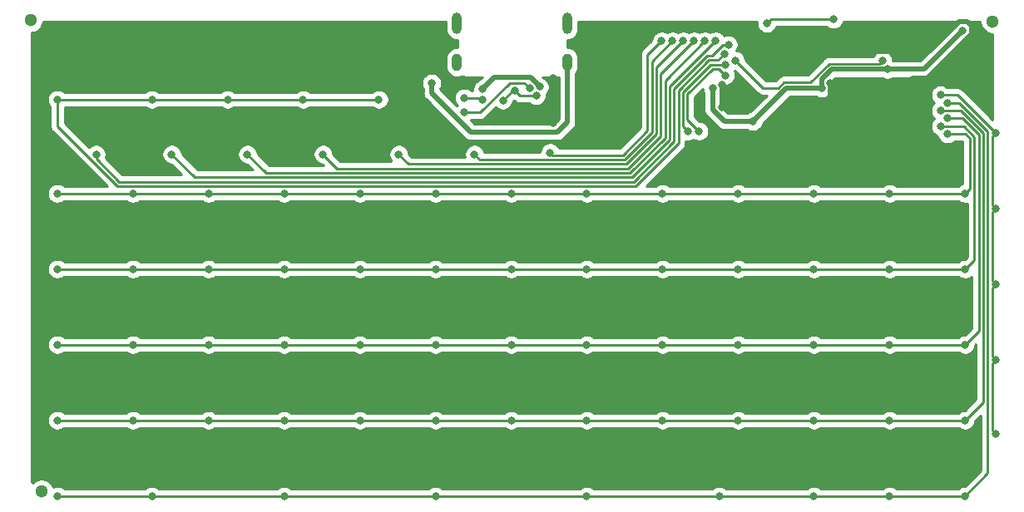
<source format=gbr>
G04 #@! TF.GenerationSoftware,KiCad,Pcbnew,(5.1.6)-1*
G04 #@! TF.CreationDate,2020-05-28T20:04:45-07:00*
G04 #@! TF.ProjectId,crokto,63726f6b-746f-42e6-9b69-6361645f7063,rev?*
G04 #@! TF.SameCoordinates,Original*
G04 #@! TF.FileFunction,Copper,L2,Bot*
G04 #@! TF.FilePolarity,Positive*
%FSLAX46Y46*%
G04 Gerber Fmt 4.6, Leading zero omitted, Abs format (unit mm)*
G04 Created by KiCad (PCBNEW (5.1.6)-1) date 2020-05-28 20:04:45*
%MOMM*%
%LPD*%
G01*
G04 APERTURE LIST*
G04 #@! TA.AperFunction,WasherPad*
%ADD10C,1.300000*%
G04 #@! TD*
G04 #@! TA.AperFunction,ComponentPad*
%ADD11O,1.000000X2.200000*%
G04 #@! TD*
G04 #@! TA.AperFunction,ComponentPad*
%ADD12O,1.000000X1.800000*%
G04 #@! TD*
G04 #@! TA.AperFunction,ViaPad*
%ADD13C,0.800000*%
G04 #@! TD*
G04 #@! TA.AperFunction,Conductor*
%ADD14C,0.500000*%
G04 #@! TD*
G04 #@! TA.AperFunction,Conductor*
%ADD15C,0.250000*%
G04 #@! TD*
G04 APERTURE END LIST*
D10*
X2100000Y-49000000D03*
X1000000Y-1000000D03*
X98900000Y-1100000D03*
D11*
X44380000Y-1300000D03*
X55620000Y-1300000D03*
D12*
X44380000Y-5300000D03*
X55620000Y-5300000D03*
D13*
X36425000Y-9075000D03*
X28725000Y-9075000D03*
X21025000Y-9075000D03*
X13325000Y-9075000D03*
X3700000Y-9075000D03*
X96100000Y-49450000D03*
X3700000Y-18650000D03*
X11400000Y-18650000D03*
X19100000Y-18650000D03*
X26800000Y-18650000D03*
X34500000Y-18650000D03*
X42200000Y-18650000D03*
X49900000Y-18650000D03*
X57600000Y-18650000D03*
X65300000Y-18650000D03*
X73000000Y-18650000D03*
X80700000Y-18650000D03*
X88400000Y-18650000D03*
X96100000Y-18650000D03*
X3700000Y-26350000D03*
X11400000Y-26350000D03*
X19100000Y-26350000D03*
X26800000Y-26350000D03*
X34500000Y-26350000D03*
X42200000Y-26350000D03*
X49900000Y-26350000D03*
X57600000Y-26350000D03*
X65300000Y-26350000D03*
X73000000Y-26350000D03*
X80700000Y-26350000D03*
X88400000Y-26350000D03*
X96100000Y-26350000D03*
X3700000Y-34050000D03*
X11400000Y-34050000D03*
X19100000Y-34050000D03*
X26800000Y-34050000D03*
X34500000Y-34050000D03*
X42200000Y-34050000D03*
X49900000Y-34050000D03*
X57600000Y-34050000D03*
X65300000Y-34050000D03*
X73000000Y-34050000D03*
X80700000Y-34050000D03*
X88400000Y-34050000D03*
X96100000Y-34050000D03*
X3700000Y-41750000D03*
X11400000Y-41750000D03*
X19100000Y-41750000D03*
X26800000Y-41750000D03*
X34500000Y-41750000D03*
X42200000Y-41750000D03*
X49900000Y-41750000D03*
X57600000Y-41750000D03*
X65300000Y-41750000D03*
X73000000Y-41750000D03*
X80700000Y-41750000D03*
X88400000Y-41750000D03*
X96100000Y-41750000D03*
X3700000Y-49450000D03*
X13325000Y-49450000D03*
X26800000Y-49450000D03*
X42200000Y-49450000D03*
X57600000Y-49450000D03*
X71075000Y-49450000D03*
X80700000Y-49450000D03*
X88400000Y-49450000D03*
X71400000Y-7600000D03*
X71400000Y-9850000D03*
X82400000Y-7414106D03*
X81850000Y-11350000D03*
X80800000Y-2000000D03*
X89415000Y-8800000D03*
X54200000Y-6900000D03*
X54200000Y-11500000D03*
X74500000Y-11300000D03*
X81500000Y-7900000D03*
X70400000Y-7900000D03*
X95850000Y-2050000D03*
X88200000Y-6000000D03*
X52787733Y-7764406D03*
X47000000Y-8000000D03*
X51762500Y-7937500D03*
X45100000Y-10400000D03*
X45100000Y-8900000D03*
X46973002Y-9100000D03*
X41800000Y-7400000D03*
X72700000Y-5100000D03*
X87700000Y-5100000D03*
X53850000Y-14475000D03*
X65200000Y-3100000D03*
X99200000Y-35575000D03*
X99200000Y-27875000D03*
X99200000Y-20175000D03*
X99200000Y-12475000D03*
X99200000Y-43100000D03*
X93600000Y-8600000D03*
X66300000Y-3100000D03*
X75913864Y-1313864D03*
X82700000Y-900000D03*
X46150000Y-14650000D03*
X50250000Y-8150000D03*
X49049990Y-9149990D03*
X52439622Y-8701861D03*
X71700000Y-6600000D03*
X69000000Y-12300000D03*
X71700000Y-5500000D03*
X67900000Y-12300000D03*
X71600000Y-4400000D03*
X72006139Y-3486186D03*
X7650000Y-14650000D03*
X70700000Y-3100000D03*
X15350000Y-14650000D03*
X23050000Y-14650000D03*
X69600000Y-3100000D03*
X68500000Y-3100000D03*
X30750000Y-14650000D03*
X67400000Y-3100000D03*
X38450000Y-14650000D03*
X94300000Y-9400000D03*
X93600000Y-10200000D03*
X94300000Y-11000000D03*
X93600000Y-11800000D03*
X94300000Y-12600000D03*
D14*
X71400000Y-7600000D02*
X71400000Y-9850000D01*
X82400000Y-10800000D02*
X82400000Y-7414106D01*
X81850000Y-11350000D02*
X82400000Y-10800000D01*
X82400000Y-7414106D02*
X83985894Y-7414106D01*
X54200000Y-6900000D02*
X54200000Y-11500000D01*
X83000000Y-4200000D02*
X92400000Y-4200000D01*
X80800000Y-2000000D02*
X83000000Y-4200000D01*
X92400000Y-4200000D02*
X95500000Y-1100000D01*
X95500000Y-1100000D02*
X96300000Y-1100000D01*
X96300000Y-1100000D02*
X96800000Y-1600000D01*
X96800000Y-1600000D02*
X96800000Y-2400000D01*
X90749315Y-6900000D02*
X92300000Y-6900000D01*
X89415000Y-8234315D02*
X90749315Y-6900000D01*
X89415000Y-8800000D02*
X89415000Y-8234315D01*
X96800000Y-2400000D02*
X92300000Y-6900000D01*
X88594791Y-7414106D02*
X89415000Y-8234315D01*
X83985894Y-7414106D02*
X88594791Y-7414106D01*
X77900000Y-7900000D02*
X74500000Y-11300000D01*
X81500000Y-7900000D02*
X77900000Y-7900000D01*
X74500000Y-11300000D02*
X71600000Y-11300000D01*
X70400000Y-10108002D02*
X70400000Y-7900000D01*
X71600000Y-11300000D02*
X71591998Y-11300000D01*
X71591998Y-11300000D02*
X70400000Y-10108002D01*
X81500000Y-7000000D02*
X81500000Y-7900000D01*
X82500000Y-6000000D02*
X81500000Y-7000000D01*
X91900000Y-6000000D02*
X89000000Y-6000000D01*
X88200000Y-6000000D02*
X82500000Y-6000000D01*
X95850000Y-2050000D02*
X91900000Y-6000000D01*
X89000000Y-6000000D02*
X88200000Y-6000000D01*
X52787733Y-7704731D02*
X51883002Y-6800000D01*
X52787733Y-7764406D02*
X52787733Y-7704731D01*
X48200000Y-6800000D02*
X47000000Y-8000000D01*
X51883002Y-6800000D02*
X48200000Y-6800000D01*
D15*
X51762500Y-7937500D02*
X51225000Y-7400000D01*
X51225000Y-7400000D02*
X49900000Y-7400000D01*
X49726978Y-7400000D02*
X49900000Y-7400000D01*
X46726978Y-10400000D02*
X49726978Y-7400000D01*
X45100000Y-10400000D02*
X46726978Y-10400000D01*
X46773002Y-8900000D02*
X46973002Y-9100000D01*
X45100000Y-8900000D02*
X46773002Y-8900000D01*
D14*
X55620000Y-5300000D02*
X55620000Y-11380000D01*
X55620000Y-11380000D02*
X54600000Y-12400000D01*
X54600000Y-12400000D02*
X45800000Y-12400000D01*
X45800000Y-12400000D02*
X41800000Y-8400000D01*
X41800000Y-8400000D02*
X41800000Y-7400000D01*
D15*
X87375010Y-5424990D02*
X87700000Y-5100000D01*
X75500000Y-7900000D02*
X77086814Y-7900000D01*
X72700000Y-5100000D02*
X75500000Y-7900000D01*
X77086814Y-7900000D02*
X77661824Y-7324990D01*
X77661824Y-7324990D02*
X80361824Y-7324990D01*
X80361824Y-7324990D02*
X82261824Y-5424990D01*
X82261824Y-5424990D02*
X87375010Y-5424990D01*
X53850000Y-14475000D02*
X54124990Y-14749990D01*
X54124990Y-14749990D02*
X61250010Y-14749990D01*
X61250010Y-14749990D02*
X63774920Y-12225080D01*
X63774920Y-12225080D02*
X63774920Y-6333801D01*
X63774920Y-4525080D02*
X65200000Y-3100000D01*
X63774920Y-6333801D02*
X63774920Y-4525080D01*
X98850010Y-12824990D02*
X99200000Y-12475000D01*
X99200000Y-20175000D02*
X98850010Y-19825010D01*
X98850010Y-19825010D02*
X98850010Y-12824990D01*
X98900000Y-27575000D02*
X99200000Y-27875000D01*
X98850010Y-27525010D02*
X98900000Y-27575000D01*
X99200000Y-20175000D02*
X98850010Y-20524990D01*
X98850010Y-20524990D02*
X98850010Y-27525010D01*
X98850010Y-35225010D02*
X99200000Y-35575000D01*
X99200000Y-27875000D02*
X98850010Y-28224990D01*
X98850010Y-28224990D02*
X98850010Y-35225010D01*
X99200000Y-35575000D02*
X98850010Y-35924990D01*
X99200000Y-43100000D02*
X98850010Y-42750010D01*
X98850010Y-42750010D02*
X98850010Y-35924990D01*
X95825000Y-9100000D02*
X95325000Y-8600000D01*
X95325000Y-8600000D02*
X93600000Y-8600000D01*
X99200000Y-12475000D02*
X95825000Y-9100000D01*
X95825000Y-9100000D02*
X95674990Y-8949990D01*
X75913864Y-1313864D02*
X76327728Y-900000D01*
X76327728Y-900000D02*
X82700000Y-900000D01*
X64224930Y-12411480D02*
X64224930Y-9024930D01*
X61436410Y-15200000D02*
X64224930Y-12411480D01*
X46700000Y-15200000D02*
X61436410Y-15200000D01*
X46150000Y-14650000D02*
X46700000Y-15200000D01*
X64224930Y-9024930D02*
X64224933Y-6520198D01*
X64224933Y-5175067D02*
X66300000Y-3100000D01*
X64224933Y-6520198D02*
X64224933Y-5175067D01*
X50049980Y-8150000D02*
X49049990Y-9149990D01*
X50250000Y-8150000D02*
X50049980Y-8150000D01*
X50801861Y-8701861D02*
X52439622Y-8701861D01*
X50250000Y-8150000D02*
X50801861Y-8701861D01*
X71700000Y-6600000D02*
X71050010Y-5950010D01*
X69000000Y-12300000D02*
X67825010Y-11125010D01*
X71050010Y-5950010D02*
X70395630Y-5950010D01*
X67825010Y-8520630D02*
X67825010Y-11125010D01*
X70395630Y-5950010D02*
X67825010Y-8520630D01*
X70209230Y-5500000D02*
X71700000Y-5500000D01*
X67375000Y-8334230D02*
X70209230Y-5500000D01*
X67900000Y-12300000D02*
X67375000Y-11775000D01*
X67375000Y-11775000D02*
X67375000Y-8334230D01*
X4265685Y-9075000D02*
X36425000Y-9075000D01*
X3700000Y-9075000D02*
X4265685Y-9075000D01*
X3700000Y-9640685D02*
X3700000Y-9075000D01*
X3700000Y-11773002D02*
X3700000Y-9640685D01*
X9827052Y-17900054D02*
X3700000Y-11773002D01*
X10199946Y-17900054D02*
X9827052Y-17900054D01*
X62554816Y-17900054D02*
X62877435Y-17577435D01*
X62100054Y-17900054D02*
X62554816Y-17900054D01*
X62877435Y-17577435D02*
X62654816Y-17800054D01*
X62100054Y-17900054D02*
X10199946Y-17900054D01*
X70950010Y-5049990D02*
X71600000Y-4400000D01*
X70022830Y-5049990D02*
X70950010Y-5049990D01*
X66924990Y-8147830D02*
X70022830Y-5049990D01*
X62877435Y-17577435D02*
X66924990Y-13529880D01*
X66924990Y-13529880D02*
X66924990Y-8147830D01*
X7650000Y-14650000D02*
X7650000Y-15086592D01*
X10013452Y-17450044D02*
X10013546Y-17450044D01*
X7650000Y-15086592D02*
X10013452Y-17450044D01*
X71440454Y-3486186D02*
X72006139Y-3486186D01*
X70326660Y-4599980D02*
X71440454Y-3486186D01*
X10350045Y-17450045D02*
X62368415Y-17450045D01*
X10013452Y-17450044D02*
X10350045Y-17450045D01*
X62368415Y-17450045D02*
X66474980Y-13343478D01*
X66474980Y-13343478D02*
X66474980Y-7961430D01*
X66474980Y-7961430D02*
X69836430Y-4599980D01*
X69836430Y-4599980D02*
X70326660Y-4599980D01*
X17700037Y-17000037D02*
X15350000Y-14650000D01*
X62182013Y-17000037D02*
X17700037Y-17000037D01*
X66024970Y-13157080D02*
X62182013Y-17000037D01*
X70700000Y-3100000D02*
X66024970Y-7775030D01*
X66024970Y-7775030D02*
X66024970Y-13157080D01*
X24850028Y-16450028D02*
X23050000Y-14650000D01*
X61995613Y-16550027D02*
X24950027Y-16550027D01*
X24950027Y-16550027D02*
X24850028Y-16450028D01*
X65574960Y-12970678D02*
X61995613Y-16550027D01*
X65574960Y-7125040D02*
X65574960Y-12970678D01*
X69600000Y-3100000D02*
X65574960Y-7125040D01*
X65124951Y-6475049D02*
X68500000Y-3100000D01*
X65124950Y-12784278D02*
X65124951Y-6475049D01*
X61809213Y-16100017D02*
X65124950Y-12784278D01*
X30750000Y-14650000D02*
X32200017Y-16100017D01*
X32200017Y-16100017D02*
X61809213Y-16100017D01*
X64674942Y-5825058D02*
X67400000Y-3100000D01*
X64674940Y-8874940D02*
X64674942Y-5825058D01*
X64674940Y-12597880D02*
X64674940Y-8874940D01*
X61622813Y-15650007D02*
X64674940Y-12597880D01*
X38450000Y-14650000D02*
X39450007Y-15650007D01*
X39450007Y-15650007D02*
X61622813Y-15650007D01*
X96100000Y-49450000D02*
X3700000Y-49450000D01*
X98400000Y-47150000D02*
X96100000Y-49450000D01*
X98400000Y-12311410D02*
X98400000Y-47150000D01*
X94300000Y-9400000D02*
X95488590Y-9400000D01*
X95488590Y-9400000D02*
X98400000Y-12311410D01*
X3700000Y-41750000D02*
X96100000Y-41750000D01*
X97949990Y-12497810D02*
X96352180Y-10900000D01*
X96100000Y-41750000D02*
X97949990Y-39900010D01*
X96352180Y-10900000D02*
X95652180Y-10200000D01*
X97949990Y-39900010D02*
X97949990Y-12497810D01*
X95652180Y-10200000D02*
X93600000Y-10200000D01*
X96100000Y-34050000D02*
X3700000Y-34050000D01*
X96100000Y-34050000D02*
X97499980Y-32650020D01*
X97499980Y-32650020D02*
X97499980Y-12684210D01*
X97499980Y-12684210D02*
X96215770Y-11400000D01*
X96215770Y-11400000D02*
X95815770Y-11000000D01*
X95815770Y-11000000D02*
X94300000Y-11000000D01*
X3700000Y-26350000D02*
X96100000Y-26350000D01*
X97049970Y-25400030D02*
X97049970Y-12870610D01*
X97049970Y-12870610D02*
X95979360Y-11800000D01*
X96100000Y-26350000D02*
X97049970Y-25400030D01*
X95979360Y-11800000D02*
X93600000Y-11800000D01*
X96100000Y-18650000D02*
X3700000Y-18650000D01*
X96100000Y-18650000D02*
X96599960Y-18150040D01*
X96599960Y-18150040D02*
X96599960Y-13057010D01*
X96142950Y-12600000D02*
X96599960Y-13057010D01*
X94300000Y-12600000D02*
X96142950Y-12600000D01*
G36*
X43255000Y-1955263D02*
G01*
X43271278Y-2120537D01*
X43335607Y-2332601D01*
X43440071Y-2528040D01*
X43580656Y-2699344D01*
X43751960Y-2839929D01*
X43947398Y-2944393D01*
X44159462Y-3008722D01*
X44380000Y-3030443D01*
X44425000Y-3026011D01*
X44425000Y-3773989D01*
X44380000Y-3769557D01*
X44159463Y-3791278D01*
X43947399Y-3855607D01*
X43751961Y-3960071D01*
X43580657Y-4100656D01*
X43440072Y-4271960D01*
X43335608Y-4467398D01*
X43271278Y-4679462D01*
X43255000Y-4844736D01*
X43255000Y-5755263D01*
X43271278Y-5920537D01*
X43335607Y-6132601D01*
X43440071Y-6328040D01*
X43580656Y-6499344D01*
X43751960Y-6639929D01*
X43947398Y-6744393D01*
X44159462Y-6808722D01*
X44380000Y-6830443D01*
X44600537Y-6808722D01*
X44812601Y-6744393D01*
X44880608Y-6708042D01*
X44901986Y-6719469D01*
X45048074Y-6763785D01*
X45199999Y-6778748D01*
X45238074Y-6774998D01*
X46987566Y-6774998D01*
X46759883Y-7002681D01*
X46701018Y-7014390D01*
X46514480Y-7091656D01*
X46346600Y-7203830D01*
X46203830Y-7346600D01*
X46091656Y-7514480D01*
X46014390Y-7701018D01*
X45975000Y-7899046D01*
X45975000Y-8100954D01*
X45984756Y-8150000D01*
X45799570Y-8150000D01*
X45753400Y-8103830D01*
X45585520Y-7991656D01*
X45398982Y-7914390D01*
X45200954Y-7875000D01*
X44999046Y-7875000D01*
X44801018Y-7914390D01*
X44614480Y-7991656D01*
X44446600Y-8103830D01*
X44303830Y-8246600D01*
X44191656Y-8414480D01*
X44114390Y-8601018D01*
X44075000Y-8799046D01*
X44075000Y-9000954D01*
X44114390Y-9198982D01*
X44191656Y-9385520D01*
X44303830Y-9553400D01*
X44400430Y-9650000D01*
X44343933Y-9706497D01*
X42675000Y-8037564D01*
X42675000Y-7935423D01*
X42708344Y-7885520D01*
X42785610Y-7698982D01*
X42825000Y-7500954D01*
X42825000Y-7299046D01*
X42785610Y-7101018D01*
X42708344Y-6914480D01*
X42596170Y-6746600D01*
X42453400Y-6603830D01*
X42285520Y-6491656D01*
X42098982Y-6414390D01*
X41900954Y-6375000D01*
X41699046Y-6375000D01*
X41501018Y-6414390D01*
X41314480Y-6491656D01*
X41146600Y-6603830D01*
X41003830Y-6746600D01*
X40891656Y-6914480D01*
X40814390Y-7101018D01*
X40775000Y-7299046D01*
X40775000Y-7500954D01*
X40814390Y-7698982D01*
X40891656Y-7885520D01*
X40925000Y-7935423D01*
X40925000Y-8357020D01*
X40920767Y-8400000D01*
X40933238Y-8526618D01*
X40937661Y-8571529D01*
X40987695Y-8736467D01*
X41068944Y-8888475D01*
X41178288Y-9021712D01*
X41211681Y-9049117D01*
X45150883Y-12988319D01*
X45178288Y-13021712D01*
X45311524Y-13131056D01*
X45433875Y-13196453D01*
X45463532Y-13212305D01*
X45628469Y-13262339D01*
X45799999Y-13279233D01*
X45842978Y-13275000D01*
X54557021Y-13275000D01*
X54600000Y-13279233D01*
X54642979Y-13275000D01*
X54771530Y-13262339D01*
X54936468Y-13212305D01*
X55088476Y-13131056D01*
X55221712Y-13021712D01*
X55249116Y-12988320D01*
X56208325Y-12029112D01*
X56241712Y-12001712D01*
X56351056Y-11868476D01*
X56432305Y-11716468D01*
X56482339Y-11551530D01*
X56495000Y-11422979D01*
X56499233Y-11380000D01*
X56495000Y-11337021D01*
X56495000Y-6407157D01*
X56559929Y-6328040D01*
X56664393Y-6132602D01*
X56728722Y-5920538D01*
X56745000Y-5755264D01*
X56745000Y-4844737D01*
X56728722Y-4679463D01*
X56664393Y-4467398D01*
X56559929Y-4271960D01*
X56419344Y-4100656D01*
X56248040Y-3960071D01*
X56052602Y-3855607D01*
X55840538Y-3791278D01*
X55620000Y-3769557D01*
X55575000Y-3773989D01*
X55575000Y-3026011D01*
X55620000Y-3030443D01*
X55840537Y-3008722D01*
X56052601Y-2944393D01*
X56248040Y-2839929D01*
X56419344Y-2699344D01*
X56559929Y-2528040D01*
X56664393Y-2332602D01*
X56728722Y-2120538D01*
X56745000Y-1955264D01*
X56745000Y-1125000D01*
X74906350Y-1125000D01*
X74888864Y-1212910D01*
X74888864Y-1414818D01*
X74928254Y-1612846D01*
X75005520Y-1799384D01*
X75117694Y-1967264D01*
X75260464Y-2110034D01*
X75428344Y-2222208D01*
X75614882Y-2299474D01*
X75812910Y-2338864D01*
X76014818Y-2338864D01*
X76212846Y-2299474D01*
X76399384Y-2222208D01*
X76567264Y-2110034D01*
X76710034Y-1967264D01*
X76822208Y-1799384D01*
X76884084Y-1650000D01*
X82000430Y-1650000D01*
X82046600Y-1696170D01*
X82214480Y-1808344D01*
X82401018Y-1885610D01*
X82599046Y-1925000D01*
X82800954Y-1925000D01*
X82998982Y-1885610D01*
X83185520Y-1808344D01*
X83353400Y-1696170D01*
X83496170Y-1553400D01*
X83608344Y-1385520D01*
X83685610Y-1198982D01*
X83700326Y-1125000D01*
X95404691Y-1125000D01*
X95364480Y-1141656D01*
X95196600Y-1253830D01*
X95053830Y-1396600D01*
X94941656Y-1564480D01*
X94864390Y-1751018D01*
X94852681Y-1809882D01*
X91537564Y-5125000D01*
X88735423Y-5125000D01*
X88725000Y-5118036D01*
X88725000Y-4999046D01*
X88685610Y-4801018D01*
X88608344Y-4614480D01*
X88496170Y-4446600D01*
X88353400Y-4303830D01*
X88185520Y-4191656D01*
X87998982Y-4114390D01*
X87800954Y-4075000D01*
X87599046Y-4075000D01*
X87401018Y-4114390D01*
X87214480Y-4191656D01*
X87046600Y-4303830D01*
X86903830Y-4446600D01*
X86791656Y-4614480D01*
X86766592Y-4674990D01*
X82298652Y-4674990D01*
X82261824Y-4671363D01*
X82224996Y-4674990D01*
X82224989Y-4674990D01*
X82114798Y-4685843D01*
X81973423Y-4728729D01*
X81843131Y-4798371D01*
X81786636Y-4844736D01*
X81728929Y-4892095D01*
X81705450Y-4920704D01*
X80051165Y-6574990D01*
X77698651Y-6574990D01*
X77661824Y-6571363D01*
X77624996Y-6574990D01*
X77624989Y-6574990D01*
X77514798Y-6585843D01*
X77373423Y-6628729D01*
X77243131Y-6698371D01*
X77203306Y-6731055D01*
X77163425Y-6763785D01*
X77128929Y-6792095D01*
X77105450Y-6820705D01*
X76776155Y-7150000D01*
X75810660Y-7150000D01*
X73725000Y-5064341D01*
X73725000Y-4999046D01*
X73685610Y-4801018D01*
X73608344Y-4614480D01*
X73496170Y-4446600D01*
X73353400Y-4303830D01*
X73185520Y-4191656D01*
X72998982Y-4114390D01*
X72840242Y-4082815D01*
X72914483Y-3971706D01*
X72991749Y-3785168D01*
X73031139Y-3587140D01*
X73031139Y-3385232D01*
X72991749Y-3187204D01*
X72914483Y-3000666D01*
X72802309Y-2832786D01*
X72659539Y-2690016D01*
X72491659Y-2577842D01*
X72305121Y-2500576D01*
X72107093Y-2461186D01*
X71905185Y-2461186D01*
X71707157Y-2500576D01*
X71570154Y-2557324D01*
X71496170Y-2446600D01*
X71353400Y-2303830D01*
X71185520Y-2191656D01*
X70998982Y-2114390D01*
X70800954Y-2075000D01*
X70599046Y-2075000D01*
X70401018Y-2114390D01*
X70214480Y-2191656D01*
X70150000Y-2234740D01*
X70085520Y-2191656D01*
X69898982Y-2114390D01*
X69700954Y-2075000D01*
X69499046Y-2075000D01*
X69301018Y-2114390D01*
X69114480Y-2191656D01*
X69050000Y-2234740D01*
X68985520Y-2191656D01*
X68798982Y-2114390D01*
X68600954Y-2075000D01*
X68399046Y-2075000D01*
X68201018Y-2114390D01*
X68014480Y-2191656D01*
X67950000Y-2234740D01*
X67885520Y-2191656D01*
X67698982Y-2114390D01*
X67500954Y-2075000D01*
X67299046Y-2075000D01*
X67101018Y-2114390D01*
X66914480Y-2191656D01*
X66850000Y-2234740D01*
X66785520Y-2191656D01*
X66598982Y-2114390D01*
X66400954Y-2075000D01*
X66199046Y-2075000D01*
X66001018Y-2114390D01*
X65814480Y-2191656D01*
X65750000Y-2234740D01*
X65685520Y-2191656D01*
X65498982Y-2114390D01*
X65300954Y-2075000D01*
X65099046Y-2075000D01*
X64901018Y-2114390D01*
X64714480Y-2191656D01*
X64546600Y-2303830D01*
X64403830Y-2446600D01*
X64291656Y-2614480D01*
X64214390Y-2801018D01*
X64175000Y-2999046D01*
X64175000Y-3064340D01*
X63270635Y-3968706D01*
X63242026Y-3992185D01*
X63218547Y-4020794D01*
X63218544Y-4020797D01*
X63199827Y-4043604D01*
X63148302Y-4106387D01*
X63130557Y-4139586D01*
X63078659Y-4236680D01*
X63035773Y-4378055D01*
X63021293Y-4525080D01*
X63024921Y-4561917D01*
X63024920Y-6370635D01*
X63024921Y-6370645D01*
X63024920Y-11914420D01*
X60939351Y-13999990D01*
X54762697Y-13999990D01*
X54758344Y-13989480D01*
X54646170Y-13821600D01*
X54503400Y-13678830D01*
X54335520Y-13566656D01*
X54148982Y-13489390D01*
X53950954Y-13450000D01*
X53749046Y-13450000D01*
X53551018Y-13489390D01*
X53364480Y-13566656D01*
X53196600Y-13678830D01*
X53053830Y-13821600D01*
X52941656Y-13989480D01*
X52864390Y-14176018D01*
X52825000Y-14374046D01*
X52825000Y-14450000D01*
X47155299Y-14450000D01*
X47135610Y-14351018D01*
X47058344Y-14164480D01*
X46946170Y-13996600D01*
X46803400Y-13853830D01*
X46635520Y-13741656D01*
X46448982Y-13664390D01*
X46250954Y-13625000D01*
X46049046Y-13625000D01*
X45851018Y-13664390D01*
X45664480Y-13741656D01*
X45496600Y-13853830D01*
X45353830Y-13996600D01*
X45241656Y-14164480D01*
X45164390Y-14351018D01*
X45125000Y-14549046D01*
X45125000Y-14750954D01*
X45154648Y-14900007D01*
X39760668Y-14900007D01*
X39475000Y-14614340D01*
X39475000Y-14549046D01*
X39435610Y-14351018D01*
X39358344Y-14164480D01*
X39246170Y-13996600D01*
X39103400Y-13853830D01*
X38935520Y-13741656D01*
X38748982Y-13664390D01*
X38550954Y-13625000D01*
X38349046Y-13625000D01*
X38151018Y-13664390D01*
X37964480Y-13741656D01*
X37796600Y-13853830D01*
X37653830Y-13996600D01*
X37541656Y-14164480D01*
X37464390Y-14351018D01*
X37425000Y-14549046D01*
X37425000Y-14750954D01*
X37464390Y-14948982D01*
X37541656Y-15135520D01*
X37653830Y-15303400D01*
X37700447Y-15350017D01*
X32510677Y-15350017D01*
X31775000Y-14614341D01*
X31775000Y-14549046D01*
X31735610Y-14351018D01*
X31658344Y-14164480D01*
X31546170Y-13996600D01*
X31403400Y-13853830D01*
X31235520Y-13741656D01*
X31048982Y-13664390D01*
X30850954Y-13625000D01*
X30649046Y-13625000D01*
X30451018Y-13664390D01*
X30264480Y-13741656D01*
X30096600Y-13853830D01*
X29953830Y-13996600D01*
X29841656Y-14164480D01*
X29764390Y-14351018D01*
X29725000Y-14549046D01*
X29725000Y-14750954D01*
X29764390Y-14948982D01*
X29841656Y-15135520D01*
X29953830Y-15303400D01*
X30096600Y-15446170D01*
X30264480Y-15558344D01*
X30451018Y-15635610D01*
X30649046Y-15675000D01*
X30714341Y-15675000D01*
X30839368Y-15800027D01*
X25260687Y-15800027D01*
X24075000Y-14614341D01*
X24075000Y-14549046D01*
X24035610Y-14351018D01*
X23958344Y-14164480D01*
X23846170Y-13996600D01*
X23703400Y-13853830D01*
X23535520Y-13741656D01*
X23348982Y-13664390D01*
X23150954Y-13625000D01*
X22949046Y-13625000D01*
X22751018Y-13664390D01*
X22564480Y-13741656D01*
X22396600Y-13853830D01*
X22253830Y-13996600D01*
X22141656Y-14164480D01*
X22064390Y-14351018D01*
X22025000Y-14549046D01*
X22025000Y-14750954D01*
X22064390Y-14948982D01*
X22141656Y-15135520D01*
X22253830Y-15303400D01*
X22396600Y-15446170D01*
X22564480Y-15558344D01*
X22751018Y-15635610D01*
X22949046Y-15675000D01*
X23014341Y-15675000D01*
X23589377Y-16250037D01*
X18010697Y-16250037D01*
X16375000Y-14614341D01*
X16375000Y-14549046D01*
X16335610Y-14351018D01*
X16258344Y-14164480D01*
X16146170Y-13996600D01*
X16003400Y-13853830D01*
X15835520Y-13741656D01*
X15648982Y-13664390D01*
X15450954Y-13625000D01*
X15249046Y-13625000D01*
X15051018Y-13664390D01*
X14864480Y-13741656D01*
X14696600Y-13853830D01*
X14553830Y-13996600D01*
X14441656Y-14164480D01*
X14364390Y-14351018D01*
X14325000Y-14549046D01*
X14325000Y-14750954D01*
X14364390Y-14948982D01*
X14441656Y-15135520D01*
X14553830Y-15303400D01*
X14696600Y-15446170D01*
X14864480Y-15558344D01*
X15051018Y-15635610D01*
X15249046Y-15675000D01*
X15314341Y-15675000D01*
X16339385Y-16700045D01*
X10324113Y-16700045D01*
X8617286Y-14993219D01*
X8635610Y-14948982D01*
X8675000Y-14750954D01*
X8675000Y-14549046D01*
X8635610Y-14351018D01*
X8558344Y-14164480D01*
X8446170Y-13996600D01*
X8303400Y-13853830D01*
X8135520Y-13741656D01*
X7948982Y-13664390D01*
X7750954Y-13625000D01*
X7549046Y-13625000D01*
X7351018Y-13664390D01*
X7164480Y-13741656D01*
X6996600Y-13853830D01*
X6919044Y-13931386D01*
X4450000Y-11462343D01*
X4450000Y-9825000D01*
X12625430Y-9825000D01*
X12671600Y-9871170D01*
X12839480Y-9983344D01*
X13026018Y-10060610D01*
X13224046Y-10100000D01*
X13425954Y-10100000D01*
X13623982Y-10060610D01*
X13810520Y-9983344D01*
X13978400Y-9871170D01*
X14024570Y-9825000D01*
X20325430Y-9825000D01*
X20371600Y-9871170D01*
X20539480Y-9983344D01*
X20726018Y-10060610D01*
X20924046Y-10100000D01*
X21125954Y-10100000D01*
X21323982Y-10060610D01*
X21510520Y-9983344D01*
X21678400Y-9871170D01*
X21724570Y-9825000D01*
X28025430Y-9825000D01*
X28071600Y-9871170D01*
X28239480Y-9983344D01*
X28426018Y-10060610D01*
X28624046Y-10100000D01*
X28825954Y-10100000D01*
X29023982Y-10060610D01*
X29210520Y-9983344D01*
X29378400Y-9871170D01*
X29424570Y-9825000D01*
X35725430Y-9825000D01*
X35771600Y-9871170D01*
X35939480Y-9983344D01*
X36126018Y-10060610D01*
X36324046Y-10100000D01*
X36525954Y-10100000D01*
X36723982Y-10060610D01*
X36910520Y-9983344D01*
X37078400Y-9871170D01*
X37221170Y-9728400D01*
X37333344Y-9560520D01*
X37410610Y-9373982D01*
X37450000Y-9175954D01*
X37450000Y-8974046D01*
X37410610Y-8776018D01*
X37333344Y-8589480D01*
X37221170Y-8421600D01*
X37078400Y-8278830D01*
X36910520Y-8166656D01*
X36723982Y-8089390D01*
X36525954Y-8050000D01*
X36324046Y-8050000D01*
X36126018Y-8089390D01*
X35939480Y-8166656D01*
X35771600Y-8278830D01*
X35725430Y-8325000D01*
X29424570Y-8325000D01*
X29378400Y-8278830D01*
X29210520Y-8166656D01*
X29023982Y-8089390D01*
X28825954Y-8050000D01*
X28624046Y-8050000D01*
X28426018Y-8089390D01*
X28239480Y-8166656D01*
X28071600Y-8278830D01*
X28025430Y-8325000D01*
X21724570Y-8325000D01*
X21678400Y-8278830D01*
X21510520Y-8166656D01*
X21323982Y-8089390D01*
X21125954Y-8050000D01*
X20924046Y-8050000D01*
X20726018Y-8089390D01*
X20539480Y-8166656D01*
X20371600Y-8278830D01*
X20325430Y-8325000D01*
X14024570Y-8325000D01*
X13978400Y-8278830D01*
X13810520Y-8166656D01*
X13623982Y-8089390D01*
X13425954Y-8050000D01*
X13224046Y-8050000D01*
X13026018Y-8089390D01*
X12839480Y-8166656D01*
X12671600Y-8278830D01*
X12625430Y-8325000D01*
X4399570Y-8325000D01*
X4353400Y-8278830D01*
X4185520Y-8166656D01*
X3998982Y-8089390D01*
X3800954Y-8050000D01*
X3599046Y-8050000D01*
X3401018Y-8089390D01*
X3214480Y-8166656D01*
X3046600Y-8278830D01*
X2903830Y-8421600D01*
X2791656Y-8589480D01*
X2714390Y-8776018D01*
X2675000Y-8974046D01*
X2675000Y-9175954D01*
X2714390Y-9373982D01*
X2791656Y-9560520D01*
X2903830Y-9728400D01*
X2950001Y-9774571D01*
X2950000Y-11736174D01*
X2946373Y-11773002D01*
X2950000Y-11809829D01*
X2950000Y-11809836D01*
X2960853Y-11920027D01*
X3003739Y-12061402D01*
X3073381Y-12191694D01*
X3167105Y-12305897D01*
X3195720Y-12329381D01*
X8766338Y-17900000D01*
X4399570Y-17900000D01*
X4353400Y-17853830D01*
X4185520Y-17741656D01*
X3998982Y-17664390D01*
X3800954Y-17625000D01*
X3599046Y-17625000D01*
X3401018Y-17664390D01*
X3214480Y-17741656D01*
X3046600Y-17853830D01*
X2903830Y-17996600D01*
X2791656Y-18164480D01*
X2714390Y-18351018D01*
X2675000Y-18549046D01*
X2675000Y-18750954D01*
X2714390Y-18948982D01*
X2791656Y-19135520D01*
X2903830Y-19303400D01*
X3046600Y-19446170D01*
X3214480Y-19558344D01*
X3401018Y-19635610D01*
X3599046Y-19675000D01*
X3800954Y-19675000D01*
X3998982Y-19635610D01*
X4185520Y-19558344D01*
X4353400Y-19446170D01*
X4399570Y-19400000D01*
X10700430Y-19400000D01*
X10746600Y-19446170D01*
X10914480Y-19558344D01*
X11101018Y-19635610D01*
X11299046Y-19675000D01*
X11500954Y-19675000D01*
X11698982Y-19635610D01*
X11885520Y-19558344D01*
X12053400Y-19446170D01*
X12099570Y-19400000D01*
X18400430Y-19400000D01*
X18446600Y-19446170D01*
X18614480Y-19558344D01*
X18801018Y-19635610D01*
X18999046Y-19675000D01*
X19200954Y-19675000D01*
X19398982Y-19635610D01*
X19585520Y-19558344D01*
X19753400Y-19446170D01*
X19799570Y-19400000D01*
X26100430Y-19400000D01*
X26146600Y-19446170D01*
X26314480Y-19558344D01*
X26501018Y-19635610D01*
X26699046Y-19675000D01*
X26900954Y-19675000D01*
X27098982Y-19635610D01*
X27285520Y-19558344D01*
X27453400Y-19446170D01*
X27499570Y-19400000D01*
X33800430Y-19400000D01*
X33846600Y-19446170D01*
X34014480Y-19558344D01*
X34201018Y-19635610D01*
X34399046Y-19675000D01*
X34600954Y-19675000D01*
X34798982Y-19635610D01*
X34985520Y-19558344D01*
X35153400Y-19446170D01*
X35199570Y-19400000D01*
X41500430Y-19400000D01*
X41546600Y-19446170D01*
X41714480Y-19558344D01*
X41901018Y-19635610D01*
X42099046Y-19675000D01*
X42300954Y-19675000D01*
X42498982Y-19635610D01*
X42685520Y-19558344D01*
X42853400Y-19446170D01*
X42899570Y-19400000D01*
X49200430Y-19400000D01*
X49246600Y-19446170D01*
X49414480Y-19558344D01*
X49601018Y-19635610D01*
X49799046Y-19675000D01*
X50000954Y-19675000D01*
X50198982Y-19635610D01*
X50385520Y-19558344D01*
X50553400Y-19446170D01*
X50599570Y-19400000D01*
X56900430Y-19400000D01*
X56946600Y-19446170D01*
X57114480Y-19558344D01*
X57301018Y-19635610D01*
X57499046Y-19675000D01*
X57700954Y-19675000D01*
X57898982Y-19635610D01*
X58085520Y-19558344D01*
X58253400Y-19446170D01*
X58299570Y-19400000D01*
X64600430Y-19400000D01*
X64646600Y-19446170D01*
X64814480Y-19558344D01*
X65001018Y-19635610D01*
X65199046Y-19675000D01*
X65400954Y-19675000D01*
X65598982Y-19635610D01*
X65785520Y-19558344D01*
X65953400Y-19446170D01*
X65999570Y-19400000D01*
X72300430Y-19400000D01*
X72346600Y-19446170D01*
X72514480Y-19558344D01*
X72701018Y-19635610D01*
X72899046Y-19675000D01*
X73100954Y-19675000D01*
X73298982Y-19635610D01*
X73485520Y-19558344D01*
X73653400Y-19446170D01*
X73699570Y-19400000D01*
X80000430Y-19400000D01*
X80046600Y-19446170D01*
X80214480Y-19558344D01*
X80401018Y-19635610D01*
X80599046Y-19675000D01*
X80800954Y-19675000D01*
X80998982Y-19635610D01*
X81185520Y-19558344D01*
X81353400Y-19446170D01*
X81399570Y-19400000D01*
X87700430Y-19400000D01*
X87746600Y-19446170D01*
X87914480Y-19558344D01*
X88101018Y-19635610D01*
X88299046Y-19675000D01*
X88500954Y-19675000D01*
X88698982Y-19635610D01*
X88885520Y-19558344D01*
X89053400Y-19446170D01*
X89099570Y-19400000D01*
X95400430Y-19400000D01*
X95446600Y-19446170D01*
X95614480Y-19558344D01*
X95801018Y-19635610D01*
X95999046Y-19675000D01*
X96200954Y-19675000D01*
X96299970Y-19655305D01*
X96299970Y-25089369D01*
X96064340Y-25325000D01*
X95999046Y-25325000D01*
X95801018Y-25364390D01*
X95614480Y-25441656D01*
X95446600Y-25553830D01*
X95400430Y-25600000D01*
X89099570Y-25600000D01*
X89053400Y-25553830D01*
X88885520Y-25441656D01*
X88698982Y-25364390D01*
X88500954Y-25325000D01*
X88299046Y-25325000D01*
X88101018Y-25364390D01*
X87914480Y-25441656D01*
X87746600Y-25553830D01*
X87700430Y-25600000D01*
X81399570Y-25600000D01*
X81353400Y-25553830D01*
X81185520Y-25441656D01*
X80998982Y-25364390D01*
X80800954Y-25325000D01*
X80599046Y-25325000D01*
X80401018Y-25364390D01*
X80214480Y-25441656D01*
X80046600Y-25553830D01*
X80000430Y-25600000D01*
X73699570Y-25600000D01*
X73653400Y-25553830D01*
X73485520Y-25441656D01*
X73298982Y-25364390D01*
X73100954Y-25325000D01*
X72899046Y-25325000D01*
X72701018Y-25364390D01*
X72514480Y-25441656D01*
X72346600Y-25553830D01*
X72300430Y-25600000D01*
X65999570Y-25600000D01*
X65953400Y-25553830D01*
X65785520Y-25441656D01*
X65598982Y-25364390D01*
X65400954Y-25325000D01*
X65199046Y-25325000D01*
X65001018Y-25364390D01*
X64814480Y-25441656D01*
X64646600Y-25553830D01*
X64600430Y-25600000D01*
X58299570Y-25600000D01*
X58253400Y-25553830D01*
X58085520Y-25441656D01*
X57898982Y-25364390D01*
X57700954Y-25325000D01*
X57499046Y-25325000D01*
X57301018Y-25364390D01*
X57114480Y-25441656D01*
X56946600Y-25553830D01*
X56900430Y-25600000D01*
X50599570Y-25600000D01*
X50553400Y-25553830D01*
X50385520Y-25441656D01*
X50198982Y-25364390D01*
X50000954Y-25325000D01*
X49799046Y-25325000D01*
X49601018Y-25364390D01*
X49414480Y-25441656D01*
X49246600Y-25553830D01*
X49200430Y-25600000D01*
X42899570Y-25600000D01*
X42853400Y-25553830D01*
X42685520Y-25441656D01*
X42498982Y-25364390D01*
X42300954Y-25325000D01*
X42099046Y-25325000D01*
X41901018Y-25364390D01*
X41714480Y-25441656D01*
X41546600Y-25553830D01*
X41500430Y-25600000D01*
X35199570Y-25600000D01*
X35153400Y-25553830D01*
X34985520Y-25441656D01*
X34798982Y-25364390D01*
X34600954Y-25325000D01*
X34399046Y-25325000D01*
X34201018Y-25364390D01*
X34014480Y-25441656D01*
X33846600Y-25553830D01*
X33800430Y-25600000D01*
X27499570Y-25600000D01*
X27453400Y-25553830D01*
X27285520Y-25441656D01*
X27098982Y-25364390D01*
X26900954Y-25325000D01*
X26699046Y-25325000D01*
X26501018Y-25364390D01*
X26314480Y-25441656D01*
X26146600Y-25553830D01*
X26100430Y-25600000D01*
X19799570Y-25600000D01*
X19753400Y-25553830D01*
X19585520Y-25441656D01*
X19398982Y-25364390D01*
X19200954Y-25325000D01*
X18999046Y-25325000D01*
X18801018Y-25364390D01*
X18614480Y-25441656D01*
X18446600Y-25553830D01*
X18400430Y-25600000D01*
X12099570Y-25600000D01*
X12053400Y-25553830D01*
X11885520Y-25441656D01*
X11698982Y-25364390D01*
X11500954Y-25325000D01*
X11299046Y-25325000D01*
X11101018Y-25364390D01*
X10914480Y-25441656D01*
X10746600Y-25553830D01*
X10700430Y-25600000D01*
X4399570Y-25600000D01*
X4353400Y-25553830D01*
X4185520Y-25441656D01*
X3998982Y-25364390D01*
X3800954Y-25325000D01*
X3599046Y-25325000D01*
X3401018Y-25364390D01*
X3214480Y-25441656D01*
X3046600Y-25553830D01*
X2903830Y-25696600D01*
X2791656Y-25864480D01*
X2714390Y-26051018D01*
X2675000Y-26249046D01*
X2675000Y-26450954D01*
X2714390Y-26648982D01*
X2791656Y-26835520D01*
X2903830Y-27003400D01*
X3046600Y-27146170D01*
X3214480Y-27258344D01*
X3401018Y-27335610D01*
X3599046Y-27375000D01*
X3800954Y-27375000D01*
X3998982Y-27335610D01*
X4185520Y-27258344D01*
X4353400Y-27146170D01*
X4399570Y-27100000D01*
X10700430Y-27100000D01*
X10746600Y-27146170D01*
X10914480Y-27258344D01*
X11101018Y-27335610D01*
X11299046Y-27375000D01*
X11500954Y-27375000D01*
X11698982Y-27335610D01*
X11885520Y-27258344D01*
X12053400Y-27146170D01*
X12099570Y-27100000D01*
X18400430Y-27100000D01*
X18446600Y-27146170D01*
X18614480Y-27258344D01*
X18801018Y-27335610D01*
X18999046Y-27375000D01*
X19200954Y-27375000D01*
X19398982Y-27335610D01*
X19585520Y-27258344D01*
X19753400Y-27146170D01*
X19799570Y-27100000D01*
X26100430Y-27100000D01*
X26146600Y-27146170D01*
X26314480Y-27258344D01*
X26501018Y-27335610D01*
X26699046Y-27375000D01*
X26900954Y-27375000D01*
X27098982Y-27335610D01*
X27285520Y-27258344D01*
X27453400Y-27146170D01*
X27499570Y-27100000D01*
X33800430Y-27100000D01*
X33846600Y-27146170D01*
X34014480Y-27258344D01*
X34201018Y-27335610D01*
X34399046Y-27375000D01*
X34600954Y-27375000D01*
X34798982Y-27335610D01*
X34985520Y-27258344D01*
X35153400Y-27146170D01*
X35199570Y-27100000D01*
X41500430Y-27100000D01*
X41546600Y-27146170D01*
X41714480Y-27258344D01*
X41901018Y-27335610D01*
X42099046Y-27375000D01*
X42300954Y-27375000D01*
X42498982Y-27335610D01*
X42685520Y-27258344D01*
X42853400Y-27146170D01*
X42899570Y-27100000D01*
X49200430Y-27100000D01*
X49246600Y-27146170D01*
X49414480Y-27258344D01*
X49601018Y-27335610D01*
X49799046Y-27375000D01*
X50000954Y-27375000D01*
X50198982Y-27335610D01*
X50385520Y-27258344D01*
X50553400Y-27146170D01*
X50599570Y-27100000D01*
X56900430Y-27100000D01*
X56946600Y-27146170D01*
X57114480Y-27258344D01*
X57301018Y-27335610D01*
X57499046Y-27375000D01*
X57700954Y-27375000D01*
X57898982Y-27335610D01*
X58085520Y-27258344D01*
X58253400Y-27146170D01*
X58299570Y-27100000D01*
X64600430Y-27100000D01*
X64646600Y-27146170D01*
X64814480Y-27258344D01*
X65001018Y-27335610D01*
X65199046Y-27375000D01*
X65400954Y-27375000D01*
X65598982Y-27335610D01*
X65785520Y-27258344D01*
X65953400Y-27146170D01*
X65999570Y-27100000D01*
X72300430Y-27100000D01*
X72346600Y-27146170D01*
X72514480Y-27258344D01*
X72701018Y-27335610D01*
X72899046Y-27375000D01*
X73100954Y-27375000D01*
X73298982Y-27335610D01*
X73485520Y-27258344D01*
X73653400Y-27146170D01*
X73699570Y-27100000D01*
X80000430Y-27100000D01*
X80046600Y-27146170D01*
X80214480Y-27258344D01*
X80401018Y-27335610D01*
X80599046Y-27375000D01*
X80800954Y-27375000D01*
X80998982Y-27335610D01*
X81185520Y-27258344D01*
X81353400Y-27146170D01*
X81399570Y-27100000D01*
X87700430Y-27100000D01*
X87746600Y-27146170D01*
X87914480Y-27258344D01*
X88101018Y-27335610D01*
X88299046Y-27375000D01*
X88500954Y-27375000D01*
X88698982Y-27335610D01*
X88885520Y-27258344D01*
X89053400Y-27146170D01*
X89099570Y-27100000D01*
X95400430Y-27100000D01*
X95446600Y-27146170D01*
X95614480Y-27258344D01*
X95801018Y-27335610D01*
X95999046Y-27375000D01*
X96200954Y-27375000D01*
X96398982Y-27335610D01*
X96585520Y-27258344D01*
X96749980Y-27148455D01*
X96749980Y-32339360D01*
X96064341Y-33025000D01*
X95999046Y-33025000D01*
X95801018Y-33064390D01*
X95614480Y-33141656D01*
X95446600Y-33253830D01*
X95400430Y-33300000D01*
X89099570Y-33300000D01*
X89053400Y-33253830D01*
X88885520Y-33141656D01*
X88698982Y-33064390D01*
X88500954Y-33025000D01*
X88299046Y-33025000D01*
X88101018Y-33064390D01*
X87914480Y-33141656D01*
X87746600Y-33253830D01*
X87700430Y-33300000D01*
X81399570Y-33300000D01*
X81353400Y-33253830D01*
X81185520Y-33141656D01*
X80998982Y-33064390D01*
X80800954Y-33025000D01*
X80599046Y-33025000D01*
X80401018Y-33064390D01*
X80214480Y-33141656D01*
X80046600Y-33253830D01*
X80000430Y-33300000D01*
X73699570Y-33300000D01*
X73653400Y-33253830D01*
X73485520Y-33141656D01*
X73298982Y-33064390D01*
X73100954Y-33025000D01*
X72899046Y-33025000D01*
X72701018Y-33064390D01*
X72514480Y-33141656D01*
X72346600Y-33253830D01*
X72300430Y-33300000D01*
X65999570Y-33300000D01*
X65953400Y-33253830D01*
X65785520Y-33141656D01*
X65598982Y-33064390D01*
X65400954Y-33025000D01*
X65199046Y-33025000D01*
X65001018Y-33064390D01*
X64814480Y-33141656D01*
X64646600Y-33253830D01*
X64600430Y-33300000D01*
X58299570Y-33300000D01*
X58253400Y-33253830D01*
X58085520Y-33141656D01*
X57898982Y-33064390D01*
X57700954Y-33025000D01*
X57499046Y-33025000D01*
X57301018Y-33064390D01*
X57114480Y-33141656D01*
X56946600Y-33253830D01*
X56900430Y-33300000D01*
X50599570Y-33300000D01*
X50553400Y-33253830D01*
X50385520Y-33141656D01*
X50198982Y-33064390D01*
X50000954Y-33025000D01*
X49799046Y-33025000D01*
X49601018Y-33064390D01*
X49414480Y-33141656D01*
X49246600Y-33253830D01*
X49200430Y-33300000D01*
X42899570Y-33300000D01*
X42853400Y-33253830D01*
X42685520Y-33141656D01*
X42498982Y-33064390D01*
X42300954Y-33025000D01*
X42099046Y-33025000D01*
X41901018Y-33064390D01*
X41714480Y-33141656D01*
X41546600Y-33253830D01*
X41500430Y-33300000D01*
X35199570Y-33300000D01*
X35153400Y-33253830D01*
X34985520Y-33141656D01*
X34798982Y-33064390D01*
X34600954Y-33025000D01*
X34399046Y-33025000D01*
X34201018Y-33064390D01*
X34014480Y-33141656D01*
X33846600Y-33253830D01*
X33800430Y-33300000D01*
X27499570Y-33300000D01*
X27453400Y-33253830D01*
X27285520Y-33141656D01*
X27098982Y-33064390D01*
X26900954Y-33025000D01*
X26699046Y-33025000D01*
X26501018Y-33064390D01*
X26314480Y-33141656D01*
X26146600Y-33253830D01*
X26100430Y-33300000D01*
X19799570Y-33300000D01*
X19753400Y-33253830D01*
X19585520Y-33141656D01*
X19398982Y-33064390D01*
X19200954Y-33025000D01*
X18999046Y-33025000D01*
X18801018Y-33064390D01*
X18614480Y-33141656D01*
X18446600Y-33253830D01*
X18400430Y-33300000D01*
X12099570Y-33300000D01*
X12053400Y-33253830D01*
X11885520Y-33141656D01*
X11698982Y-33064390D01*
X11500954Y-33025000D01*
X11299046Y-33025000D01*
X11101018Y-33064390D01*
X10914480Y-33141656D01*
X10746600Y-33253830D01*
X10700430Y-33300000D01*
X4399570Y-33300000D01*
X4353400Y-33253830D01*
X4185520Y-33141656D01*
X3998982Y-33064390D01*
X3800954Y-33025000D01*
X3599046Y-33025000D01*
X3401018Y-33064390D01*
X3214480Y-33141656D01*
X3046600Y-33253830D01*
X2903830Y-33396600D01*
X2791656Y-33564480D01*
X2714390Y-33751018D01*
X2675000Y-33949046D01*
X2675000Y-34150954D01*
X2714390Y-34348982D01*
X2791656Y-34535520D01*
X2903830Y-34703400D01*
X3046600Y-34846170D01*
X3214480Y-34958344D01*
X3401018Y-35035610D01*
X3599046Y-35075000D01*
X3800954Y-35075000D01*
X3998982Y-35035610D01*
X4185520Y-34958344D01*
X4353400Y-34846170D01*
X4399570Y-34800000D01*
X10700430Y-34800000D01*
X10746600Y-34846170D01*
X10914480Y-34958344D01*
X11101018Y-35035610D01*
X11299046Y-35075000D01*
X11500954Y-35075000D01*
X11698982Y-35035610D01*
X11885520Y-34958344D01*
X12053400Y-34846170D01*
X12099570Y-34800000D01*
X18400430Y-34800000D01*
X18446600Y-34846170D01*
X18614480Y-34958344D01*
X18801018Y-35035610D01*
X18999046Y-35075000D01*
X19200954Y-35075000D01*
X19398982Y-35035610D01*
X19585520Y-34958344D01*
X19753400Y-34846170D01*
X19799570Y-34800000D01*
X26100430Y-34800000D01*
X26146600Y-34846170D01*
X26314480Y-34958344D01*
X26501018Y-35035610D01*
X26699046Y-35075000D01*
X26900954Y-35075000D01*
X27098982Y-35035610D01*
X27285520Y-34958344D01*
X27453400Y-34846170D01*
X27499570Y-34800000D01*
X33800430Y-34800000D01*
X33846600Y-34846170D01*
X34014480Y-34958344D01*
X34201018Y-35035610D01*
X34399046Y-35075000D01*
X34600954Y-35075000D01*
X34798982Y-35035610D01*
X34985520Y-34958344D01*
X35153400Y-34846170D01*
X35199570Y-34800000D01*
X41500430Y-34800000D01*
X41546600Y-34846170D01*
X41714480Y-34958344D01*
X41901018Y-35035610D01*
X42099046Y-35075000D01*
X42300954Y-35075000D01*
X42498982Y-35035610D01*
X42685520Y-34958344D01*
X42853400Y-34846170D01*
X42899570Y-34800000D01*
X49200430Y-34800000D01*
X49246600Y-34846170D01*
X49414480Y-34958344D01*
X49601018Y-35035610D01*
X49799046Y-35075000D01*
X50000954Y-35075000D01*
X50198982Y-35035610D01*
X50385520Y-34958344D01*
X50553400Y-34846170D01*
X50599570Y-34800000D01*
X56900430Y-34800000D01*
X56946600Y-34846170D01*
X57114480Y-34958344D01*
X57301018Y-35035610D01*
X57499046Y-35075000D01*
X57700954Y-35075000D01*
X57898982Y-35035610D01*
X58085520Y-34958344D01*
X58253400Y-34846170D01*
X58299570Y-34800000D01*
X64600430Y-34800000D01*
X64646600Y-34846170D01*
X64814480Y-34958344D01*
X65001018Y-35035610D01*
X65199046Y-35075000D01*
X65400954Y-35075000D01*
X65598982Y-35035610D01*
X65785520Y-34958344D01*
X65953400Y-34846170D01*
X65999570Y-34800000D01*
X72300430Y-34800000D01*
X72346600Y-34846170D01*
X72514480Y-34958344D01*
X72701018Y-35035610D01*
X72899046Y-35075000D01*
X73100954Y-35075000D01*
X73298982Y-35035610D01*
X73485520Y-34958344D01*
X73653400Y-34846170D01*
X73699570Y-34800000D01*
X80000430Y-34800000D01*
X80046600Y-34846170D01*
X80214480Y-34958344D01*
X80401018Y-35035610D01*
X80599046Y-35075000D01*
X80800954Y-35075000D01*
X80998982Y-35035610D01*
X81185520Y-34958344D01*
X81353400Y-34846170D01*
X81399570Y-34800000D01*
X87700430Y-34800000D01*
X87746600Y-34846170D01*
X87914480Y-34958344D01*
X88101018Y-35035610D01*
X88299046Y-35075000D01*
X88500954Y-35075000D01*
X88698982Y-35035610D01*
X88885520Y-34958344D01*
X89053400Y-34846170D01*
X89099570Y-34800000D01*
X95400430Y-34800000D01*
X95446600Y-34846170D01*
X95614480Y-34958344D01*
X95801018Y-35035610D01*
X95999046Y-35075000D01*
X96200954Y-35075000D01*
X96398982Y-35035610D01*
X96585520Y-34958344D01*
X96753400Y-34846170D01*
X96896170Y-34703400D01*
X97008344Y-34535520D01*
X97085610Y-34348982D01*
X97125000Y-34150954D01*
X97125000Y-34085659D01*
X97199990Y-34010669D01*
X97199990Y-39589350D01*
X96064341Y-40725000D01*
X95999046Y-40725000D01*
X95801018Y-40764390D01*
X95614480Y-40841656D01*
X95446600Y-40953830D01*
X95400430Y-41000000D01*
X89099570Y-41000000D01*
X89053400Y-40953830D01*
X88885520Y-40841656D01*
X88698982Y-40764390D01*
X88500954Y-40725000D01*
X88299046Y-40725000D01*
X88101018Y-40764390D01*
X87914480Y-40841656D01*
X87746600Y-40953830D01*
X87700430Y-41000000D01*
X81399570Y-41000000D01*
X81353400Y-40953830D01*
X81185520Y-40841656D01*
X80998982Y-40764390D01*
X80800954Y-40725000D01*
X80599046Y-40725000D01*
X80401018Y-40764390D01*
X80214480Y-40841656D01*
X80046600Y-40953830D01*
X80000430Y-41000000D01*
X73699570Y-41000000D01*
X73653400Y-40953830D01*
X73485520Y-40841656D01*
X73298982Y-40764390D01*
X73100954Y-40725000D01*
X72899046Y-40725000D01*
X72701018Y-40764390D01*
X72514480Y-40841656D01*
X72346600Y-40953830D01*
X72300430Y-41000000D01*
X65999570Y-41000000D01*
X65953400Y-40953830D01*
X65785520Y-40841656D01*
X65598982Y-40764390D01*
X65400954Y-40725000D01*
X65199046Y-40725000D01*
X65001018Y-40764390D01*
X64814480Y-40841656D01*
X64646600Y-40953830D01*
X64600430Y-41000000D01*
X58299570Y-41000000D01*
X58253400Y-40953830D01*
X58085520Y-40841656D01*
X57898982Y-40764390D01*
X57700954Y-40725000D01*
X57499046Y-40725000D01*
X57301018Y-40764390D01*
X57114480Y-40841656D01*
X56946600Y-40953830D01*
X56900430Y-41000000D01*
X50599570Y-41000000D01*
X50553400Y-40953830D01*
X50385520Y-40841656D01*
X50198982Y-40764390D01*
X50000954Y-40725000D01*
X49799046Y-40725000D01*
X49601018Y-40764390D01*
X49414480Y-40841656D01*
X49246600Y-40953830D01*
X49200430Y-41000000D01*
X42899570Y-41000000D01*
X42853400Y-40953830D01*
X42685520Y-40841656D01*
X42498982Y-40764390D01*
X42300954Y-40725000D01*
X42099046Y-40725000D01*
X41901018Y-40764390D01*
X41714480Y-40841656D01*
X41546600Y-40953830D01*
X41500430Y-41000000D01*
X35199570Y-41000000D01*
X35153400Y-40953830D01*
X34985520Y-40841656D01*
X34798982Y-40764390D01*
X34600954Y-40725000D01*
X34399046Y-40725000D01*
X34201018Y-40764390D01*
X34014480Y-40841656D01*
X33846600Y-40953830D01*
X33800430Y-41000000D01*
X27499570Y-41000000D01*
X27453400Y-40953830D01*
X27285520Y-40841656D01*
X27098982Y-40764390D01*
X26900954Y-40725000D01*
X26699046Y-40725000D01*
X26501018Y-40764390D01*
X26314480Y-40841656D01*
X26146600Y-40953830D01*
X26100430Y-41000000D01*
X19799570Y-41000000D01*
X19753400Y-40953830D01*
X19585520Y-40841656D01*
X19398982Y-40764390D01*
X19200954Y-40725000D01*
X18999046Y-40725000D01*
X18801018Y-40764390D01*
X18614480Y-40841656D01*
X18446600Y-40953830D01*
X18400430Y-41000000D01*
X12099570Y-41000000D01*
X12053400Y-40953830D01*
X11885520Y-40841656D01*
X11698982Y-40764390D01*
X11500954Y-40725000D01*
X11299046Y-40725000D01*
X11101018Y-40764390D01*
X10914480Y-40841656D01*
X10746600Y-40953830D01*
X10700430Y-41000000D01*
X4399570Y-41000000D01*
X4353400Y-40953830D01*
X4185520Y-40841656D01*
X3998982Y-40764390D01*
X3800954Y-40725000D01*
X3599046Y-40725000D01*
X3401018Y-40764390D01*
X3214480Y-40841656D01*
X3046600Y-40953830D01*
X2903830Y-41096600D01*
X2791656Y-41264480D01*
X2714390Y-41451018D01*
X2675000Y-41649046D01*
X2675000Y-41850954D01*
X2714390Y-42048982D01*
X2791656Y-42235520D01*
X2903830Y-42403400D01*
X3046600Y-42546170D01*
X3214480Y-42658344D01*
X3401018Y-42735610D01*
X3599046Y-42775000D01*
X3800954Y-42775000D01*
X3998982Y-42735610D01*
X4185520Y-42658344D01*
X4353400Y-42546170D01*
X4399570Y-42500000D01*
X10700430Y-42500000D01*
X10746600Y-42546170D01*
X10914480Y-42658344D01*
X11101018Y-42735610D01*
X11299046Y-42775000D01*
X11500954Y-42775000D01*
X11698982Y-42735610D01*
X11885520Y-42658344D01*
X12053400Y-42546170D01*
X12099570Y-42500000D01*
X18400430Y-42500000D01*
X18446600Y-42546170D01*
X18614480Y-42658344D01*
X18801018Y-42735610D01*
X18999046Y-42775000D01*
X19200954Y-42775000D01*
X19398982Y-42735610D01*
X19585520Y-42658344D01*
X19753400Y-42546170D01*
X19799570Y-42500000D01*
X26100430Y-42500000D01*
X26146600Y-42546170D01*
X26314480Y-42658344D01*
X26501018Y-42735610D01*
X26699046Y-42775000D01*
X26900954Y-42775000D01*
X27098982Y-42735610D01*
X27285520Y-42658344D01*
X27453400Y-42546170D01*
X27499570Y-42500000D01*
X33800430Y-42500000D01*
X33846600Y-42546170D01*
X34014480Y-42658344D01*
X34201018Y-42735610D01*
X34399046Y-42775000D01*
X34600954Y-42775000D01*
X34798982Y-42735610D01*
X34985520Y-42658344D01*
X35153400Y-42546170D01*
X35199570Y-42500000D01*
X41500430Y-42500000D01*
X41546600Y-42546170D01*
X41714480Y-42658344D01*
X41901018Y-42735610D01*
X42099046Y-42775000D01*
X42300954Y-42775000D01*
X42498982Y-42735610D01*
X42685520Y-42658344D01*
X42853400Y-42546170D01*
X42899570Y-42500000D01*
X49200430Y-42500000D01*
X49246600Y-42546170D01*
X49414480Y-42658344D01*
X49601018Y-42735610D01*
X49799046Y-42775000D01*
X50000954Y-42775000D01*
X50198982Y-42735610D01*
X50385520Y-42658344D01*
X50553400Y-42546170D01*
X50599570Y-42500000D01*
X56900430Y-42500000D01*
X56946600Y-42546170D01*
X57114480Y-42658344D01*
X57301018Y-42735610D01*
X57499046Y-42775000D01*
X57700954Y-42775000D01*
X57898982Y-42735610D01*
X58085520Y-42658344D01*
X58253400Y-42546170D01*
X58299570Y-42500000D01*
X64600430Y-42500000D01*
X64646600Y-42546170D01*
X64814480Y-42658344D01*
X65001018Y-42735610D01*
X65199046Y-42775000D01*
X65400954Y-42775000D01*
X65598982Y-42735610D01*
X65785520Y-42658344D01*
X65953400Y-42546170D01*
X65999570Y-42500000D01*
X72300430Y-42500000D01*
X72346600Y-42546170D01*
X72514480Y-42658344D01*
X72701018Y-42735610D01*
X72899046Y-42775000D01*
X73100954Y-42775000D01*
X73298982Y-42735610D01*
X73485520Y-42658344D01*
X73653400Y-42546170D01*
X73699570Y-42500000D01*
X80000430Y-42500000D01*
X80046600Y-42546170D01*
X80214480Y-42658344D01*
X80401018Y-42735610D01*
X80599046Y-42775000D01*
X80800954Y-42775000D01*
X80998982Y-42735610D01*
X81185520Y-42658344D01*
X81353400Y-42546170D01*
X81399570Y-42500000D01*
X87700430Y-42500000D01*
X87746600Y-42546170D01*
X87914480Y-42658344D01*
X88101018Y-42735610D01*
X88299046Y-42775000D01*
X88500954Y-42775000D01*
X88698982Y-42735610D01*
X88885520Y-42658344D01*
X89053400Y-42546170D01*
X89099570Y-42500000D01*
X95400430Y-42500000D01*
X95446600Y-42546170D01*
X95614480Y-42658344D01*
X95801018Y-42735610D01*
X95999046Y-42775000D01*
X96200954Y-42775000D01*
X96398982Y-42735610D01*
X96585520Y-42658344D01*
X96753400Y-42546170D01*
X96896170Y-42403400D01*
X97008344Y-42235520D01*
X97085610Y-42048982D01*
X97125000Y-41850954D01*
X97125000Y-41785659D01*
X97650001Y-41260659D01*
X97650001Y-46839339D01*
X96064341Y-48425000D01*
X95999046Y-48425000D01*
X95801018Y-48464390D01*
X95614480Y-48541656D01*
X95446600Y-48653830D01*
X95400430Y-48700000D01*
X89099570Y-48700000D01*
X89053400Y-48653830D01*
X88885520Y-48541656D01*
X88698982Y-48464390D01*
X88500954Y-48425000D01*
X88299046Y-48425000D01*
X88101018Y-48464390D01*
X87914480Y-48541656D01*
X87746600Y-48653830D01*
X87700430Y-48700000D01*
X81399570Y-48700000D01*
X81353400Y-48653830D01*
X81185520Y-48541656D01*
X80998982Y-48464390D01*
X80800954Y-48425000D01*
X80599046Y-48425000D01*
X80401018Y-48464390D01*
X80214480Y-48541656D01*
X80046600Y-48653830D01*
X80000430Y-48700000D01*
X71774570Y-48700000D01*
X71728400Y-48653830D01*
X71560520Y-48541656D01*
X71373982Y-48464390D01*
X71175954Y-48425000D01*
X70974046Y-48425000D01*
X70776018Y-48464390D01*
X70589480Y-48541656D01*
X70421600Y-48653830D01*
X70375430Y-48700000D01*
X58299570Y-48700000D01*
X58253400Y-48653830D01*
X58085520Y-48541656D01*
X57898982Y-48464390D01*
X57700954Y-48425000D01*
X57499046Y-48425000D01*
X57301018Y-48464390D01*
X57114480Y-48541656D01*
X56946600Y-48653830D01*
X56900430Y-48700000D01*
X42899570Y-48700000D01*
X42853400Y-48653830D01*
X42685520Y-48541656D01*
X42498982Y-48464390D01*
X42300954Y-48425000D01*
X42099046Y-48425000D01*
X41901018Y-48464390D01*
X41714480Y-48541656D01*
X41546600Y-48653830D01*
X41500430Y-48700000D01*
X27499570Y-48700000D01*
X27453400Y-48653830D01*
X27285520Y-48541656D01*
X27098982Y-48464390D01*
X26900954Y-48425000D01*
X26699046Y-48425000D01*
X26501018Y-48464390D01*
X26314480Y-48541656D01*
X26146600Y-48653830D01*
X26100430Y-48700000D01*
X14024570Y-48700000D01*
X13978400Y-48653830D01*
X13810520Y-48541656D01*
X13623982Y-48464390D01*
X13425954Y-48425000D01*
X13224046Y-48425000D01*
X13026018Y-48464390D01*
X12839480Y-48541656D01*
X12671600Y-48653830D01*
X12625430Y-48700000D01*
X4399570Y-48700000D01*
X4353400Y-48653830D01*
X4185520Y-48541656D01*
X3998982Y-48464390D01*
X3800954Y-48425000D01*
X3599046Y-48425000D01*
X3401018Y-48464390D01*
X3279109Y-48514886D01*
X3229890Y-48396061D01*
X3090357Y-48187235D01*
X2912765Y-48009643D01*
X2703939Y-47870110D01*
X2471904Y-47773998D01*
X2225577Y-47725000D01*
X1974423Y-47725000D01*
X1728096Y-47773998D01*
X1496061Y-47870110D01*
X1287235Y-48009643D01*
X1140961Y-48155917D01*
X1125000Y-47993860D01*
X1125000Y-2275000D01*
X1125577Y-2275000D01*
X1371904Y-2226002D01*
X1603939Y-2129890D01*
X1812765Y-1990357D01*
X1990357Y-1812765D01*
X2129890Y-1603939D01*
X2226002Y-1371904D01*
X2275000Y-1125577D01*
X2275000Y-1125000D01*
X43255000Y-1125000D01*
X43255000Y-1955263D01*
G37*
X43255000Y-1955263D02*
X43271278Y-2120537D01*
X43335607Y-2332601D01*
X43440071Y-2528040D01*
X43580656Y-2699344D01*
X43751960Y-2839929D01*
X43947398Y-2944393D01*
X44159462Y-3008722D01*
X44380000Y-3030443D01*
X44425000Y-3026011D01*
X44425000Y-3773989D01*
X44380000Y-3769557D01*
X44159463Y-3791278D01*
X43947399Y-3855607D01*
X43751961Y-3960071D01*
X43580657Y-4100656D01*
X43440072Y-4271960D01*
X43335608Y-4467398D01*
X43271278Y-4679462D01*
X43255000Y-4844736D01*
X43255000Y-5755263D01*
X43271278Y-5920537D01*
X43335607Y-6132601D01*
X43440071Y-6328040D01*
X43580656Y-6499344D01*
X43751960Y-6639929D01*
X43947398Y-6744393D01*
X44159462Y-6808722D01*
X44380000Y-6830443D01*
X44600537Y-6808722D01*
X44812601Y-6744393D01*
X44880608Y-6708042D01*
X44901986Y-6719469D01*
X45048074Y-6763785D01*
X45199999Y-6778748D01*
X45238074Y-6774998D01*
X46987566Y-6774998D01*
X46759883Y-7002681D01*
X46701018Y-7014390D01*
X46514480Y-7091656D01*
X46346600Y-7203830D01*
X46203830Y-7346600D01*
X46091656Y-7514480D01*
X46014390Y-7701018D01*
X45975000Y-7899046D01*
X45975000Y-8100954D01*
X45984756Y-8150000D01*
X45799570Y-8150000D01*
X45753400Y-8103830D01*
X45585520Y-7991656D01*
X45398982Y-7914390D01*
X45200954Y-7875000D01*
X44999046Y-7875000D01*
X44801018Y-7914390D01*
X44614480Y-7991656D01*
X44446600Y-8103830D01*
X44303830Y-8246600D01*
X44191656Y-8414480D01*
X44114390Y-8601018D01*
X44075000Y-8799046D01*
X44075000Y-9000954D01*
X44114390Y-9198982D01*
X44191656Y-9385520D01*
X44303830Y-9553400D01*
X44400430Y-9650000D01*
X44343933Y-9706497D01*
X42675000Y-8037564D01*
X42675000Y-7935423D01*
X42708344Y-7885520D01*
X42785610Y-7698982D01*
X42825000Y-7500954D01*
X42825000Y-7299046D01*
X42785610Y-7101018D01*
X42708344Y-6914480D01*
X42596170Y-6746600D01*
X42453400Y-6603830D01*
X42285520Y-6491656D01*
X42098982Y-6414390D01*
X41900954Y-6375000D01*
X41699046Y-6375000D01*
X41501018Y-6414390D01*
X41314480Y-6491656D01*
X41146600Y-6603830D01*
X41003830Y-6746600D01*
X40891656Y-6914480D01*
X40814390Y-7101018D01*
X40775000Y-7299046D01*
X40775000Y-7500954D01*
X40814390Y-7698982D01*
X40891656Y-7885520D01*
X40925000Y-7935423D01*
X40925000Y-8357020D01*
X40920767Y-8400000D01*
X40933238Y-8526618D01*
X40937661Y-8571529D01*
X40987695Y-8736467D01*
X41068944Y-8888475D01*
X41178288Y-9021712D01*
X41211681Y-9049117D01*
X45150883Y-12988319D01*
X45178288Y-13021712D01*
X45311524Y-13131056D01*
X45433875Y-13196453D01*
X45463532Y-13212305D01*
X45628469Y-13262339D01*
X45799999Y-13279233D01*
X45842978Y-13275000D01*
X54557021Y-13275000D01*
X54600000Y-13279233D01*
X54642979Y-13275000D01*
X54771530Y-13262339D01*
X54936468Y-13212305D01*
X55088476Y-13131056D01*
X55221712Y-13021712D01*
X55249116Y-12988320D01*
X56208325Y-12029112D01*
X56241712Y-12001712D01*
X56351056Y-11868476D01*
X56432305Y-11716468D01*
X56482339Y-11551530D01*
X56495000Y-11422979D01*
X56499233Y-11380000D01*
X56495000Y-11337021D01*
X56495000Y-6407157D01*
X56559929Y-6328040D01*
X56664393Y-6132602D01*
X56728722Y-5920538D01*
X56745000Y-5755264D01*
X56745000Y-4844737D01*
X56728722Y-4679463D01*
X56664393Y-4467398D01*
X56559929Y-4271960D01*
X56419344Y-4100656D01*
X56248040Y-3960071D01*
X56052602Y-3855607D01*
X55840538Y-3791278D01*
X55620000Y-3769557D01*
X55575000Y-3773989D01*
X55575000Y-3026011D01*
X55620000Y-3030443D01*
X55840537Y-3008722D01*
X56052601Y-2944393D01*
X56248040Y-2839929D01*
X56419344Y-2699344D01*
X56559929Y-2528040D01*
X56664393Y-2332602D01*
X56728722Y-2120538D01*
X56745000Y-1955264D01*
X56745000Y-1125000D01*
X74906350Y-1125000D01*
X74888864Y-1212910D01*
X74888864Y-1414818D01*
X74928254Y-1612846D01*
X75005520Y-1799384D01*
X75117694Y-1967264D01*
X75260464Y-2110034D01*
X75428344Y-2222208D01*
X75614882Y-2299474D01*
X75812910Y-2338864D01*
X76014818Y-2338864D01*
X76212846Y-2299474D01*
X76399384Y-2222208D01*
X76567264Y-2110034D01*
X76710034Y-1967264D01*
X76822208Y-1799384D01*
X76884084Y-1650000D01*
X82000430Y-1650000D01*
X82046600Y-1696170D01*
X82214480Y-1808344D01*
X82401018Y-1885610D01*
X82599046Y-1925000D01*
X82800954Y-1925000D01*
X82998982Y-1885610D01*
X83185520Y-1808344D01*
X83353400Y-1696170D01*
X83496170Y-1553400D01*
X83608344Y-1385520D01*
X83685610Y-1198982D01*
X83700326Y-1125000D01*
X95404691Y-1125000D01*
X95364480Y-1141656D01*
X95196600Y-1253830D01*
X95053830Y-1396600D01*
X94941656Y-1564480D01*
X94864390Y-1751018D01*
X94852681Y-1809882D01*
X91537564Y-5125000D01*
X88735423Y-5125000D01*
X88725000Y-5118036D01*
X88725000Y-4999046D01*
X88685610Y-4801018D01*
X88608344Y-4614480D01*
X88496170Y-4446600D01*
X88353400Y-4303830D01*
X88185520Y-4191656D01*
X87998982Y-4114390D01*
X87800954Y-4075000D01*
X87599046Y-4075000D01*
X87401018Y-4114390D01*
X87214480Y-4191656D01*
X87046600Y-4303830D01*
X86903830Y-4446600D01*
X86791656Y-4614480D01*
X86766592Y-4674990D01*
X82298652Y-4674990D01*
X82261824Y-4671363D01*
X82224996Y-4674990D01*
X82224989Y-4674990D01*
X82114798Y-4685843D01*
X81973423Y-4728729D01*
X81843131Y-4798371D01*
X81786636Y-4844736D01*
X81728929Y-4892095D01*
X81705450Y-4920704D01*
X80051165Y-6574990D01*
X77698651Y-6574990D01*
X77661824Y-6571363D01*
X77624996Y-6574990D01*
X77624989Y-6574990D01*
X77514798Y-6585843D01*
X77373423Y-6628729D01*
X77243131Y-6698371D01*
X77203306Y-6731055D01*
X77163425Y-6763785D01*
X77128929Y-6792095D01*
X77105450Y-6820705D01*
X76776155Y-7150000D01*
X75810660Y-7150000D01*
X73725000Y-5064341D01*
X73725000Y-4999046D01*
X73685610Y-4801018D01*
X73608344Y-4614480D01*
X73496170Y-4446600D01*
X73353400Y-4303830D01*
X73185520Y-4191656D01*
X72998982Y-4114390D01*
X72840242Y-4082815D01*
X72914483Y-3971706D01*
X72991749Y-3785168D01*
X73031139Y-3587140D01*
X73031139Y-3385232D01*
X72991749Y-3187204D01*
X72914483Y-3000666D01*
X72802309Y-2832786D01*
X72659539Y-2690016D01*
X72491659Y-2577842D01*
X72305121Y-2500576D01*
X72107093Y-2461186D01*
X71905185Y-2461186D01*
X71707157Y-2500576D01*
X71570154Y-2557324D01*
X71496170Y-2446600D01*
X71353400Y-2303830D01*
X71185520Y-2191656D01*
X70998982Y-2114390D01*
X70800954Y-2075000D01*
X70599046Y-2075000D01*
X70401018Y-2114390D01*
X70214480Y-2191656D01*
X70150000Y-2234740D01*
X70085520Y-2191656D01*
X69898982Y-2114390D01*
X69700954Y-2075000D01*
X69499046Y-2075000D01*
X69301018Y-2114390D01*
X69114480Y-2191656D01*
X69050000Y-2234740D01*
X68985520Y-2191656D01*
X68798982Y-2114390D01*
X68600954Y-2075000D01*
X68399046Y-2075000D01*
X68201018Y-2114390D01*
X68014480Y-2191656D01*
X67950000Y-2234740D01*
X67885520Y-2191656D01*
X67698982Y-2114390D01*
X67500954Y-2075000D01*
X67299046Y-2075000D01*
X67101018Y-2114390D01*
X66914480Y-2191656D01*
X66850000Y-2234740D01*
X66785520Y-2191656D01*
X66598982Y-2114390D01*
X66400954Y-2075000D01*
X66199046Y-2075000D01*
X66001018Y-2114390D01*
X65814480Y-2191656D01*
X65750000Y-2234740D01*
X65685520Y-2191656D01*
X65498982Y-2114390D01*
X65300954Y-2075000D01*
X65099046Y-2075000D01*
X64901018Y-2114390D01*
X64714480Y-2191656D01*
X64546600Y-2303830D01*
X64403830Y-2446600D01*
X64291656Y-2614480D01*
X64214390Y-2801018D01*
X64175000Y-2999046D01*
X64175000Y-3064340D01*
X63270635Y-3968706D01*
X63242026Y-3992185D01*
X63218547Y-4020794D01*
X63218544Y-4020797D01*
X63199827Y-4043604D01*
X63148302Y-4106387D01*
X63130557Y-4139586D01*
X63078659Y-4236680D01*
X63035773Y-4378055D01*
X63021293Y-4525080D01*
X63024921Y-4561917D01*
X63024920Y-6370635D01*
X63024921Y-6370645D01*
X63024920Y-11914420D01*
X60939351Y-13999990D01*
X54762697Y-13999990D01*
X54758344Y-13989480D01*
X54646170Y-13821600D01*
X54503400Y-13678830D01*
X54335520Y-13566656D01*
X54148982Y-13489390D01*
X53950954Y-13450000D01*
X53749046Y-13450000D01*
X53551018Y-13489390D01*
X53364480Y-13566656D01*
X53196600Y-13678830D01*
X53053830Y-13821600D01*
X52941656Y-13989480D01*
X52864390Y-14176018D01*
X52825000Y-14374046D01*
X52825000Y-14450000D01*
X47155299Y-14450000D01*
X47135610Y-14351018D01*
X47058344Y-14164480D01*
X46946170Y-13996600D01*
X46803400Y-13853830D01*
X46635520Y-13741656D01*
X46448982Y-13664390D01*
X46250954Y-13625000D01*
X46049046Y-13625000D01*
X45851018Y-13664390D01*
X45664480Y-13741656D01*
X45496600Y-13853830D01*
X45353830Y-13996600D01*
X45241656Y-14164480D01*
X45164390Y-14351018D01*
X45125000Y-14549046D01*
X45125000Y-14750954D01*
X45154648Y-14900007D01*
X39760668Y-14900007D01*
X39475000Y-14614340D01*
X39475000Y-14549046D01*
X39435610Y-14351018D01*
X39358344Y-14164480D01*
X39246170Y-13996600D01*
X39103400Y-13853830D01*
X38935520Y-13741656D01*
X38748982Y-13664390D01*
X38550954Y-13625000D01*
X38349046Y-13625000D01*
X38151018Y-13664390D01*
X37964480Y-13741656D01*
X37796600Y-13853830D01*
X37653830Y-13996600D01*
X37541656Y-14164480D01*
X37464390Y-14351018D01*
X37425000Y-14549046D01*
X37425000Y-14750954D01*
X37464390Y-14948982D01*
X37541656Y-15135520D01*
X37653830Y-15303400D01*
X37700447Y-15350017D01*
X32510677Y-15350017D01*
X31775000Y-14614341D01*
X31775000Y-14549046D01*
X31735610Y-14351018D01*
X31658344Y-14164480D01*
X31546170Y-13996600D01*
X31403400Y-13853830D01*
X31235520Y-13741656D01*
X31048982Y-13664390D01*
X30850954Y-13625000D01*
X30649046Y-13625000D01*
X30451018Y-13664390D01*
X30264480Y-13741656D01*
X30096600Y-13853830D01*
X29953830Y-13996600D01*
X29841656Y-14164480D01*
X29764390Y-14351018D01*
X29725000Y-14549046D01*
X29725000Y-14750954D01*
X29764390Y-14948982D01*
X29841656Y-15135520D01*
X29953830Y-15303400D01*
X30096600Y-15446170D01*
X30264480Y-15558344D01*
X30451018Y-15635610D01*
X30649046Y-15675000D01*
X30714341Y-15675000D01*
X30839368Y-15800027D01*
X25260687Y-15800027D01*
X24075000Y-14614341D01*
X24075000Y-14549046D01*
X24035610Y-14351018D01*
X23958344Y-14164480D01*
X23846170Y-13996600D01*
X23703400Y-13853830D01*
X23535520Y-13741656D01*
X23348982Y-13664390D01*
X23150954Y-13625000D01*
X22949046Y-13625000D01*
X22751018Y-13664390D01*
X22564480Y-13741656D01*
X22396600Y-13853830D01*
X22253830Y-13996600D01*
X22141656Y-14164480D01*
X22064390Y-14351018D01*
X22025000Y-14549046D01*
X22025000Y-14750954D01*
X22064390Y-14948982D01*
X22141656Y-15135520D01*
X22253830Y-15303400D01*
X22396600Y-15446170D01*
X22564480Y-15558344D01*
X22751018Y-15635610D01*
X22949046Y-15675000D01*
X23014341Y-15675000D01*
X23589377Y-16250037D01*
X18010697Y-16250037D01*
X16375000Y-14614341D01*
X16375000Y-14549046D01*
X16335610Y-14351018D01*
X16258344Y-14164480D01*
X16146170Y-13996600D01*
X16003400Y-13853830D01*
X15835520Y-13741656D01*
X15648982Y-13664390D01*
X15450954Y-13625000D01*
X15249046Y-13625000D01*
X15051018Y-13664390D01*
X14864480Y-13741656D01*
X14696600Y-13853830D01*
X14553830Y-13996600D01*
X14441656Y-14164480D01*
X14364390Y-14351018D01*
X14325000Y-14549046D01*
X14325000Y-14750954D01*
X14364390Y-14948982D01*
X14441656Y-15135520D01*
X14553830Y-15303400D01*
X14696600Y-15446170D01*
X14864480Y-15558344D01*
X15051018Y-15635610D01*
X15249046Y-15675000D01*
X15314341Y-15675000D01*
X16339385Y-16700045D01*
X10324113Y-16700045D01*
X8617286Y-14993219D01*
X8635610Y-14948982D01*
X8675000Y-14750954D01*
X8675000Y-14549046D01*
X8635610Y-14351018D01*
X8558344Y-14164480D01*
X8446170Y-13996600D01*
X8303400Y-13853830D01*
X8135520Y-13741656D01*
X7948982Y-13664390D01*
X7750954Y-13625000D01*
X7549046Y-13625000D01*
X7351018Y-13664390D01*
X7164480Y-13741656D01*
X6996600Y-13853830D01*
X6919044Y-13931386D01*
X4450000Y-11462343D01*
X4450000Y-9825000D01*
X12625430Y-9825000D01*
X12671600Y-9871170D01*
X12839480Y-9983344D01*
X13026018Y-10060610D01*
X13224046Y-10100000D01*
X13425954Y-10100000D01*
X13623982Y-10060610D01*
X13810520Y-9983344D01*
X13978400Y-9871170D01*
X14024570Y-9825000D01*
X20325430Y-9825000D01*
X20371600Y-9871170D01*
X20539480Y-9983344D01*
X20726018Y-10060610D01*
X20924046Y-10100000D01*
X21125954Y-10100000D01*
X21323982Y-10060610D01*
X21510520Y-9983344D01*
X21678400Y-9871170D01*
X21724570Y-9825000D01*
X28025430Y-9825000D01*
X28071600Y-9871170D01*
X28239480Y-9983344D01*
X28426018Y-10060610D01*
X28624046Y-10100000D01*
X28825954Y-10100000D01*
X29023982Y-10060610D01*
X29210520Y-9983344D01*
X29378400Y-9871170D01*
X29424570Y-9825000D01*
X35725430Y-9825000D01*
X35771600Y-9871170D01*
X35939480Y-9983344D01*
X36126018Y-10060610D01*
X36324046Y-10100000D01*
X36525954Y-10100000D01*
X36723982Y-10060610D01*
X36910520Y-9983344D01*
X37078400Y-9871170D01*
X37221170Y-9728400D01*
X37333344Y-9560520D01*
X37410610Y-9373982D01*
X37450000Y-9175954D01*
X37450000Y-8974046D01*
X37410610Y-8776018D01*
X37333344Y-8589480D01*
X37221170Y-8421600D01*
X37078400Y-8278830D01*
X36910520Y-8166656D01*
X36723982Y-8089390D01*
X36525954Y-8050000D01*
X36324046Y-8050000D01*
X36126018Y-8089390D01*
X35939480Y-8166656D01*
X35771600Y-8278830D01*
X35725430Y-8325000D01*
X29424570Y-8325000D01*
X29378400Y-8278830D01*
X29210520Y-8166656D01*
X29023982Y-8089390D01*
X28825954Y-8050000D01*
X28624046Y-8050000D01*
X28426018Y-8089390D01*
X28239480Y-8166656D01*
X28071600Y-8278830D01*
X28025430Y-8325000D01*
X21724570Y-8325000D01*
X21678400Y-8278830D01*
X21510520Y-8166656D01*
X21323982Y-8089390D01*
X21125954Y-8050000D01*
X20924046Y-8050000D01*
X20726018Y-8089390D01*
X20539480Y-8166656D01*
X20371600Y-8278830D01*
X20325430Y-8325000D01*
X14024570Y-8325000D01*
X13978400Y-8278830D01*
X13810520Y-8166656D01*
X13623982Y-8089390D01*
X13425954Y-8050000D01*
X13224046Y-8050000D01*
X13026018Y-8089390D01*
X12839480Y-8166656D01*
X12671600Y-8278830D01*
X12625430Y-8325000D01*
X4399570Y-8325000D01*
X4353400Y-8278830D01*
X4185520Y-8166656D01*
X3998982Y-8089390D01*
X3800954Y-8050000D01*
X3599046Y-8050000D01*
X3401018Y-8089390D01*
X3214480Y-8166656D01*
X3046600Y-8278830D01*
X2903830Y-8421600D01*
X2791656Y-8589480D01*
X2714390Y-8776018D01*
X2675000Y-8974046D01*
X2675000Y-9175954D01*
X2714390Y-9373982D01*
X2791656Y-9560520D01*
X2903830Y-9728400D01*
X2950001Y-9774571D01*
X2950000Y-11736174D01*
X2946373Y-11773002D01*
X2950000Y-11809829D01*
X2950000Y-11809836D01*
X2960853Y-11920027D01*
X3003739Y-12061402D01*
X3073381Y-12191694D01*
X3167105Y-12305897D01*
X3195720Y-12329381D01*
X8766338Y-17900000D01*
X4399570Y-17900000D01*
X4353400Y-17853830D01*
X4185520Y-17741656D01*
X3998982Y-17664390D01*
X3800954Y-17625000D01*
X3599046Y-17625000D01*
X3401018Y-17664390D01*
X3214480Y-17741656D01*
X3046600Y-17853830D01*
X2903830Y-17996600D01*
X2791656Y-18164480D01*
X2714390Y-18351018D01*
X2675000Y-18549046D01*
X2675000Y-18750954D01*
X2714390Y-18948982D01*
X2791656Y-19135520D01*
X2903830Y-19303400D01*
X3046600Y-19446170D01*
X3214480Y-19558344D01*
X3401018Y-19635610D01*
X3599046Y-19675000D01*
X3800954Y-19675000D01*
X3998982Y-19635610D01*
X4185520Y-19558344D01*
X4353400Y-19446170D01*
X4399570Y-19400000D01*
X10700430Y-19400000D01*
X10746600Y-19446170D01*
X10914480Y-19558344D01*
X11101018Y-19635610D01*
X11299046Y-19675000D01*
X11500954Y-19675000D01*
X11698982Y-19635610D01*
X11885520Y-19558344D01*
X12053400Y-19446170D01*
X12099570Y-19400000D01*
X18400430Y-19400000D01*
X18446600Y-19446170D01*
X18614480Y-19558344D01*
X18801018Y-19635610D01*
X18999046Y-19675000D01*
X19200954Y-19675000D01*
X19398982Y-19635610D01*
X19585520Y-19558344D01*
X19753400Y-19446170D01*
X19799570Y-19400000D01*
X26100430Y-19400000D01*
X26146600Y-19446170D01*
X26314480Y-19558344D01*
X26501018Y-19635610D01*
X26699046Y-19675000D01*
X26900954Y-19675000D01*
X27098982Y-19635610D01*
X27285520Y-19558344D01*
X27453400Y-19446170D01*
X27499570Y-19400000D01*
X33800430Y-19400000D01*
X33846600Y-19446170D01*
X34014480Y-19558344D01*
X34201018Y-19635610D01*
X34399046Y-19675000D01*
X34600954Y-19675000D01*
X34798982Y-19635610D01*
X34985520Y-19558344D01*
X35153400Y-19446170D01*
X35199570Y-19400000D01*
X41500430Y-19400000D01*
X41546600Y-19446170D01*
X41714480Y-19558344D01*
X41901018Y-19635610D01*
X42099046Y-19675000D01*
X42300954Y-19675000D01*
X42498982Y-19635610D01*
X42685520Y-19558344D01*
X42853400Y-19446170D01*
X42899570Y-19400000D01*
X49200430Y-19400000D01*
X49246600Y-19446170D01*
X49414480Y-19558344D01*
X49601018Y-19635610D01*
X49799046Y-19675000D01*
X50000954Y-19675000D01*
X50198982Y-19635610D01*
X50385520Y-19558344D01*
X50553400Y-19446170D01*
X50599570Y-19400000D01*
X56900430Y-19400000D01*
X56946600Y-19446170D01*
X57114480Y-19558344D01*
X57301018Y-19635610D01*
X57499046Y-19675000D01*
X57700954Y-19675000D01*
X57898982Y-19635610D01*
X58085520Y-19558344D01*
X58253400Y-19446170D01*
X58299570Y-19400000D01*
X64600430Y-19400000D01*
X64646600Y-19446170D01*
X64814480Y-19558344D01*
X65001018Y-19635610D01*
X65199046Y-19675000D01*
X65400954Y-19675000D01*
X65598982Y-19635610D01*
X65785520Y-19558344D01*
X65953400Y-19446170D01*
X65999570Y-19400000D01*
X72300430Y-19400000D01*
X72346600Y-19446170D01*
X72514480Y-19558344D01*
X72701018Y-19635610D01*
X72899046Y-19675000D01*
X73100954Y-19675000D01*
X73298982Y-19635610D01*
X73485520Y-19558344D01*
X73653400Y-19446170D01*
X73699570Y-19400000D01*
X80000430Y-19400000D01*
X80046600Y-19446170D01*
X80214480Y-19558344D01*
X80401018Y-19635610D01*
X80599046Y-19675000D01*
X80800954Y-19675000D01*
X80998982Y-19635610D01*
X81185520Y-19558344D01*
X81353400Y-19446170D01*
X81399570Y-19400000D01*
X87700430Y-19400000D01*
X87746600Y-19446170D01*
X87914480Y-19558344D01*
X88101018Y-19635610D01*
X88299046Y-19675000D01*
X88500954Y-19675000D01*
X88698982Y-19635610D01*
X88885520Y-19558344D01*
X89053400Y-19446170D01*
X89099570Y-19400000D01*
X95400430Y-19400000D01*
X95446600Y-19446170D01*
X95614480Y-19558344D01*
X95801018Y-19635610D01*
X95999046Y-19675000D01*
X96200954Y-19675000D01*
X96299970Y-19655305D01*
X96299970Y-25089369D01*
X96064340Y-25325000D01*
X95999046Y-25325000D01*
X95801018Y-25364390D01*
X95614480Y-25441656D01*
X95446600Y-25553830D01*
X95400430Y-25600000D01*
X89099570Y-25600000D01*
X89053400Y-25553830D01*
X88885520Y-25441656D01*
X88698982Y-25364390D01*
X88500954Y-25325000D01*
X88299046Y-25325000D01*
X88101018Y-25364390D01*
X87914480Y-25441656D01*
X87746600Y-25553830D01*
X87700430Y-25600000D01*
X81399570Y-25600000D01*
X81353400Y-25553830D01*
X81185520Y-25441656D01*
X80998982Y-25364390D01*
X80800954Y-25325000D01*
X80599046Y-25325000D01*
X80401018Y-25364390D01*
X80214480Y-25441656D01*
X80046600Y-25553830D01*
X80000430Y-25600000D01*
X73699570Y-25600000D01*
X73653400Y-25553830D01*
X73485520Y-25441656D01*
X73298982Y-25364390D01*
X73100954Y-25325000D01*
X72899046Y-25325000D01*
X72701018Y-25364390D01*
X72514480Y-25441656D01*
X72346600Y-25553830D01*
X72300430Y-25600000D01*
X65999570Y-25600000D01*
X65953400Y-25553830D01*
X65785520Y-25441656D01*
X65598982Y-25364390D01*
X65400954Y-25325000D01*
X65199046Y-25325000D01*
X65001018Y-25364390D01*
X64814480Y-25441656D01*
X64646600Y-25553830D01*
X64600430Y-25600000D01*
X58299570Y-25600000D01*
X58253400Y-25553830D01*
X58085520Y-25441656D01*
X57898982Y-25364390D01*
X57700954Y-25325000D01*
X57499046Y-25325000D01*
X57301018Y-25364390D01*
X57114480Y-25441656D01*
X56946600Y-25553830D01*
X56900430Y-25600000D01*
X50599570Y-25600000D01*
X50553400Y-25553830D01*
X50385520Y-25441656D01*
X50198982Y-25364390D01*
X50000954Y-25325000D01*
X49799046Y-25325000D01*
X49601018Y-25364390D01*
X49414480Y-25441656D01*
X49246600Y-25553830D01*
X49200430Y-25600000D01*
X42899570Y-25600000D01*
X42853400Y-25553830D01*
X42685520Y-25441656D01*
X42498982Y-25364390D01*
X42300954Y-25325000D01*
X42099046Y-25325000D01*
X41901018Y-25364390D01*
X41714480Y-25441656D01*
X41546600Y-25553830D01*
X41500430Y-25600000D01*
X35199570Y-25600000D01*
X35153400Y-25553830D01*
X34985520Y-25441656D01*
X34798982Y-25364390D01*
X34600954Y-25325000D01*
X34399046Y-25325000D01*
X34201018Y-25364390D01*
X34014480Y-25441656D01*
X33846600Y-25553830D01*
X33800430Y-25600000D01*
X27499570Y-25600000D01*
X27453400Y-25553830D01*
X27285520Y-25441656D01*
X27098982Y-25364390D01*
X26900954Y-25325000D01*
X26699046Y-25325000D01*
X26501018Y-25364390D01*
X26314480Y-25441656D01*
X26146600Y-25553830D01*
X26100430Y-25600000D01*
X19799570Y-25600000D01*
X19753400Y-25553830D01*
X19585520Y-25441656D01*
X19398982Y-25364390D01*
X19200954Y-25325000D01*
X18999046Y-25325000D01*
X18801018Y-25364390D01*
X18614480Y-25441656D01*
X18446600Y-25553830D01*
X18400430Y-25600000D01*
X12099570Y-25600000D01*
X12053400Y-25553830D01*
X11885520Y-25441656D01*
X11698982Y-25364390D01*
X11500954Y-25325000D01*
X11299046Y-25325000D01*
X11101018Y-25364390D01*
X10914480Y-25441656D01*
X10746600Y-25553830D01*
X10700430Y-25600000D01*
X4399570Y-25600000D01*
X4353400Y-25553830D01*
X4185520Y-25441656D01*
X3998982Y-25364390D01*
X3800954Y-25325000D01*
X3599046Y-25325000D01*
X3401018Y-25364390D01*
X3214480Y-25441656D01*
X3046600Y-25553830D01*
X2903830Y-25696600D01*
X2791656Y-25864480D01*
X2714390Y-26051018D01*
X2675000Y-26249046D01*
X2675000Y-26450954D01*
X2714390Y-26648982D01*
X2791656Y-26835520D01*
X2903830Y-27003400D01*
X3046600Y-27146170D01*
X3214480Y-27258344D01*
X3401018Y-27335610D01*
X3599046Y-27375000D01*
X3800954Y-27375000D01*
X3998982Y-27335610D01*
X4185520Y-27258344D01*
X4353400Y-27146170D01*
X4399570Y-27100000D01*
X10700430Y-27100000D01*
X10746600Y-27146170D01*
X10914480Y-27258344D01*
X11101018Y-27335610D01*
X11299046Y-27375000D01*
X11500954Y-27375000D01*
X11698982Y-27335610D01*
X11885520Y-27258344D01*
X12053400Y-27146170D01*
X12099570Y-27100000D01*
X18400430Y-27100000D01*
X18446600Y-27146170D01*
X18614480Y-27258344D01*
X18801018Y-27335610D01*
X18999046Y-27375000D01*
X19200954Y-27375000D01*
X19398982Y-27335610D01*
X19585520Y-27258344D01*
X19753400Y-27146170D01*
X19799570Y-27100000D01*
X26100430Y-27100000D01*
X26146600Y-27146170D01*
X26314480Y-27258344D01*
X26501018Y-27335610D01*
X26699046Y-27375000D01*
X26900954Y-27375000D01*
X27098982Y-27335610D01*
X27285520Y-27258344D01*
X27453400Y-27146170D01*
X27499570Y-27100000D01*
X33800430Y-27100000D01*
X33846600Y-27146170D01*
X34014480Y-27258344D01*
X34201018Y-27335610D01*
X34399046Y-27375000D01*
X34600954Y-27375000D01*
X34798982Y-27335610D01*
X34985520Y-27258344D01*
X35153400Y-27146170D01*
X35199570Y-27100000D01*
X41500430Y-27100000D01*
X41546600Y-27146170D01*
X41714480Y-27258344D01*
X41901018Y-27335610D01*
X42099046Y-27375000D01*
X42300954Y-27375000D01*
X42498982Y-27335610D01*
X42685520Y-27258344D01*
X42853400Y-27146170D01*
X42899570Y-27100000D01*
X49200430Y-27100000D01*
X49246600Y-27146170D01*
X49414480Y-27258344D01*
X49601018Y-27335610D01*
X49799046Y-27375000D01*
X50000954Y-27375000D01*
X50198982Y-27335610D01*
X50385520Y-27258344D01*
X50553400Y-27146170D01*
X50599570Y-27100000D01*
X56900430Y-27100000D01*
X56946600Y-27146170D01*
X57114480Y-27258344D01*
X57301018Y-27335610D01*
X57499046Y-27375000D01*
X57700954Y-27375000D01*
X57898982Y-27335610D01*
X58085520Y-27258344D01*
X58253400Y-27146170D01*
X58299570Y-27100000D01*
X64600430Y-27100000D01*
X64646600Y-27146170D01*
X64814480Y-27258344D01*
X65001018Y-27335610D01*
X65199046Y-27375000D01*
X65400954Y-27375000D01*
X65598982Y-27335610D01*
X65785520Y-27258344D01*
X65953400Y-27146170D01*
X65999570Y-27100000D01*
X72300430Y-27100000D01*
X72346600Y-27146170D01*
X72514480Y-27258344D01*
X72701018Y-27335610D01*
X72899046Y-27375000D01*
X73100954Y-27375000D01*
X73298982Y-27335610D01*
X73485520Y-27258344D01*
X73653400Y-27146170D01*
X73699570Y-27100000D01*
X80000430Y-27100000D01*
X80046600Y-27146170D01*
X80214480Y-27258344D01*
X80401018Y-27335610D01*
X80599046Y-27375000D01*
X80800954Y-27375000D01*
X80998982Y-27335610D01*
X81185520Y-27258344D01*
X81353400Y-27146170D01*
X81399570Y-27100000D01*
X87700430Y-27100000D01*
X87746600Y-27146170D01*
X87914480Y-27258344D01*
X88101018Y-27335610D01*
X88299046Y-27375000D01*
X88500954Y-27375000D01*
X88698982Y-27335610D01*
X88885520Y-27258344D01*
X89053400Y-27146170D01*
X89099570Y-27100000D01*
X95400430Y-27100000D01*
X95446600Y-27146170D01*
X95614480Y-27258344D01*
X95801018Y-27335610D01*
X95999046Y-27375000D01*
X96200954Y-27375000D01*
X96398982Y-27335610D01*
X96585520Y-27258344D01*
X96749980Y-27148455D01*
X96749980Y-32339360D01*
X96064341Y-33025000D01*
X95999046Y-33025000D01*
X95801018Y-33064390D01*
X95614480Y-33141656D01*
X95446600Y-33253830D01*
X95400430Y-33300000D01*
X89099570Y-33300000D01*
X89053400Y-33253830D01*
X88885520Y-33141656D01*
X88698982Y-33064390D01*
X88500954Y-33025000D01*
X88299046Y-33025000D01*
X88101018Y-33064390D01*
X87914480Y-33141656D01*
X87746600Y-33253830D01*
X87700430Y-33300000D01*
X81399570Y-33300000D01*
X81353400Y-33253830D01*
X81185520Y-33141656D01*
X80998982Y-33064390D01*
X80800954Y-33025000D01*
X80599046Y-33025000D01*
X80401018Y-33064390D01*
X80214480Y-33141656D01*
X80046600Y-33253830D01*
X80000430Y-33300000D01*
X73699570Y-33300000D01*
X73653400Y-33253830D01*
X73485520Y-33141656D01*
X73298982Y-33064390D01*
X73100954Y-33025000D01*
X72899046Y-33025000D01*
X72701018Y-33064390D01*
X72514480Y-33141656D01*
X72346600Y-33253830D01*
X72300430Y-33300000D01*
X65999570Y-33300000D01*
X65953400Y-33253830D01*
X65785520Y-33141656D01*
X65598982Y-33064390D01*
X65400954Y-33025000D01*
X65199046Y-33025000D01*
X65001018Y-33064390D01*
X64814480Y-33141656D01*
X64646600Y-33253830D01*
X64600430Y-33300000D01*
X58299570Y-33300000D01*
X58253400Y-33253830D01*
X58085520Y-33141656D01*
X57898982Y-33064390D01*
X57700954Y-33025000D01*
X57499046Y-33025000D01*
X57301018Y-33064390D01*
X57114480Y-33141656D01*
X56946600Y-33253830D01*
X56900430Y-33300000D01*
X50599570Y-33300000D01*
X50553400Y-33253830D01*
X50385520Y-33141656D01*
X50198982Y-33064390D01*
X50000954Y-33025000D01*
X49799046Y-33025000D01*
X49601018Y-33064390D01*
X49414480Y-33141656D01*
X49246600Y-33253830D01*
X49200430Y-33300000D01*
X42899570Y-33300000D01*
X42853400Y-33253830D01*
X42685520Y-33141656D01*
X42498982Y-33064390D01*
X42300954Y-33025000D01*
X42099046Y-33025000D01*
X41901018Y-33064390D01*
X41714480Y-33141656D01*
X41546600Y-33253830D01*
X41500430Y-33300000D01*
X35199570Y-33300000D01*
X35153400Y-33253830D01*
X34985520Y-33141656D01*
X34798982Y-33064390D01*
X34600954Y-33025000D01*
X34399046Y-33025000D01*
X34201018Y-33064390D01*
X34014480Y-33141656D01*
X33846600Y-33253830D01*
X33800430Y-33300000D01*
X27499570Y-33300000D01*
X27453400Y-33253830D01*
X27285520Y-33141656D01*
X27098982Y-33064390D01*
X26900954Y-33025000D01*
X26699046Y-33025000D01*
X26501018Y-33064390D01*
X26314480Y-33141656D01*
X26146600Y-33253830D01*
X26100430Y-33300000D01*
X19799570Y-33300000D01*
X19753400Y-33253830D01*
X19585520Y-33141656D01*
X19398982Y-33064390D01*
X19200954Y-33025000D01*
X18999046Y-33025000D01*
X18801018Y-33064390D01*
X18614480Y-33141656D01*
X18446600Y-33253830D01*
X18400430Y-33300000D01*
X12099570Y-33300000D01*
X12053400Y-33253830D01*
X11885520Y-33141656D01*
X11698982Y-33064390D01*
X11500954Y-33025000D01*
X11299046Y-33025000D01*
X11101018Y-33064390D01*
X10914480Y-33141656D01*
X10746600Y-33253830D01*
X10700430Y-33300000D01*
X4399570Y-33300000D01*
X4353400Y-33253830D01*
X4185520Y-33141656D01*
X3998982Y-33064390D01*
X3800954Y-33025000D01*
X3599046Y-33025000D01*
X3401018Y-33064390D01*
X3214480Y-33141656D01*
X3046600Y-33253830D01*
X2903830Y-33396600D01*
X2791656Y-33564480D01*
X2714390Y-33751018D01*
X2675000Y-33949046D01*
X2675000Y-34150954D01*
X2714390Y-34348982D01*
X2791656Y-34535520D01*
X2903830Y-34703400D01*
X3046600Y-34846170D01*
X3214480Y-34958344D01*
X3401018Y-35035610D01*
X3599046Y-35075000D01*
X3800954Y-35075000D01*
X3998982Y-35035610D01*
X4185520Y-34958344D01*
X4353400Y-34846170D01*
X4399570Y-34800000D01*
X10700430Y-34800000D01*
X10746600Y-34846170D01*
X10914480Y-34958344D01*
X11101018Y-35035610D01*
X11299046Y-35075000D01*
X11500954Y-35075000D01*
X11698982Y-35035610D01*
X11885520Y-34958344D01*
X12053400Y-34846170D01*
X12099570Y-34800000D01*
X18400430Y-34800000D01*
X18446600Y-34846170D01*
X18614480Y-34958344D01*
X18801018Y-35035610D01*
X18999046Y-35075000D01*
X19200954Y-35075000D01*
X19398982Y-35035610D01*
X19585520Y-34958344D01*
X19753400Y-34846170D01*
X19799570Y-34800000D01*
X26100430Y-34800000D01*
X26146600Y-34846170D01*
X26314480Y-34958344D01*
X26501018Y-35035610D01*
X26699046Y-35075000D01*
X26900954Y-35075000D01*
X27098982Y-35035610D01*
X27285520Y-34958344D01*
X27453400Y-34846170D01*
X27499570Y-34800000D01*
X33800430Y-34800000D01*
X33846600Y-34846170D01*
X34014480Y-34958344D01*
X34201018Y-35035610D01*
X34399046Y-35075000D01*
X34600954Y-35075000D01*
X34798982Y-35035610D01*
X34985520Y-34958344D01*
X35153400Y-34846170D01*
X35199570Y-34800000D01*
X41500430Y-34800000D01*
X41546600Y-34846170D01*
X41714480Y-34958344D01*
X41901018Y-35035610D01*
X42099046Y-35075000D01*
X42300954Y-35075000D01*
X42498982Y-35035610D01*
X42685520Y-34958344D01*
X42853400Y-34846170D01*
X42899570Y-34800000D01*
X49200430Y-34800000D01*
X49246600Y-34846170D01*
X49414480Y-34958344D01*
X49601018Y-35035610D01*
X49799046Y-35075000D01*
X50000954Y-35075000D01*
X50198982Y-35035610D01*
X50385520Y-34958344D01*
X50553400Y-34846170D01*
X50599570Y-34800000D01*
X56900430Y-34800000D01*
X56946600Y-34846170D01*
X57114480Y-34958344D01*
X57301018Y-35035610D01*
X57499046Y-35075000D01*
X57700954Y-35075000D01*
X57898982Y-35035610D01*
X58085520Y-34958344D01*
X58253400Y-34846170D01*
X58299570Y-34800000D01*
X64600430Y-34800000D01*
X64646600Y-34846170D01*
X64814480Y-34958344D01*
X65001018Y-35035610D01*
X65199046Y-35075000D01*
X65400954Y-35075000D01*
X65598982Y-35035610D01*
X65785520Y-34958344D01*
X65953400Y-34846170D01*
X65999570Y-34800000D01*
X72300430Y-34800000D01*
X72346600Y-34846170D01*
X72514480Y-34958344D01*
X72701018Y-35035610D01*
X72899046Y-35075000D01*
X73100954Y-35075000D01*
X73298982Y-35035610D01*
X73485520Y-34958344D01*
X73653400Y-34846170D01*
X73699570Y-34800000D01*
X80000430Y-34800000D01*
X80046600Y-34846170D01*
X80214480Y-34958344D01*
X80401018Y-35035610D01*
X80599046Y-35075000D01*
X80800954Y-35075000D01*
X80998982Y-35035610D01*
X81185520Y-34958344D01*
X81353400Y-34846170D01*
X81399570Y-34800000D01*
X87700430Y-34800000D01*
X87746600Y-34846170D01*
X87914480Y-34958344D01*
X88101018Y-35035610D01*
X88299046Y-35075000D01*
X88500954Y-35075000D01*
X88698982Y-35035610D01*
X88885520Y-34958344D01*
X89053400Y-34846170D01*
X89099570Y-34800000D01*
X95400430Y-34800000D01*
X95446600Y-34846170D01*
X95614480Y-34958344D01*
X95801018Y-35035610D01*
X95999046Y-35075000D01*
X96200954Y-35075000D01*
X96398982Y-35035610D01*
X96585520Y-34958344D01*
X96753400Y-34846170D01*
X96896170Y-34703400D01*
X97008344Y-34535520D01*
X97085610Y-34348982D01*
X97125000Y-34150954D01*
X97125000Y-34085659D01*
X97199990Y-34010669D01*
X97199990Y-39589350D01*
X96064341Y-40725000D01*
X95999046Y-40725000D01*
X95801018Y-40764390D01*
X95614480Y-40841656D01*
X95446600Y-40953830D01*
X95400430Y-41000000D01*
X89099570Y-41000000D01*
X89053400Y-40953830D01*
X88885520Y-40841656D01*
X88698982Y-40764390D01*
X88500954Y-40725000D01*
X88299046Y-40725000D01*
X88101018Y-40764390D01*
X87914480Y-40841656D01*
X87746600Y-40953830D01*
X87700430Y-41000000D01*
X81399570Y-41000000D01*
X81353400Y-40953830D01*
X81185520Y-40841656D01*
X80998982Y-40764390D01*
X80800954Y-40725000D01*
X80599046Y-40725000D01*
X80401018Y-40764390D01*
X80214480Y-40841656D01*
X80046600Y-40953830D01*
X80000430Y-41000000D01*
X73699570Y-41000000D01*
X73653400Y-40953830D01*
X73485520Y-40841656D01*
X73298982Y-40764390D01*
X73100954Y-40725000D01*
X72899046Y-40725000D01*
X72701018Y-40764390D01*
X72514480Y-40841656D01*
X72346600Y-40953830D01*
X72300430Y-41000000D01*
X65999570Y-41000000D01*
X65953400Y-40953830D01*
X65785520Y-40841656D01*
X65598982Y-40764390D01*
X65400954Y-40725000D01*
X65199046Y-40725000D01*
X65001018Y-40764390D01*
X64814480Y-40841656D01*
X64646600Y-40953830D01*
X64600430Y-41000000D01*
X58299570Y-41000000D01*
X58253400Y-40953830D01*
X58085520Y-40841656D01*
X57898982Y-40764390D01*
X57700954Y-40725000D01*
X57499046Y-40725000D01*
X57301018Y-40764390D01*
X57114480Y-40841656D01*
X56946600Y-40953830D01*
X56900430Y-41000000D01*
X50599570Y-41000000D01*
X50553400Y-40953830D01*
X50385520Y-40841656D01*
X50198982Y-40764390D01*
X50000954Y-40725000D01*
X49799046Y-40725000D01*
X49601018Y-40764390D01*
X49414480Y-40841656D01*
X49246600Y-40953830D01*
X49200430Y-41000000D01*
X42899570Y-41000000D01*
X42853400Y-40953830D01*
X42685520Y-40841656D01*
X42498982Y-40764390D01*
X42300954Y-40725000D01*
X42099046Y-40725000D01*
X41901018Y-40764390D01*
X41714480Y-40841656D01*
X41546600Y-40953830D01*
X41500430Y-41000000D01*
X35199570Y-41000000D01*
X35153400Y-40953830D01*
X34985520Y-40841656D01*
X34798982Y-40764390D01*
X34600954Y-40725000D01*
X34399046Y-40725000D01*
X34201018Y-40764390D01*
X34014480Y-40841656D01*
X33846600Y-40953830D01*
X33800430Y-41000000D01*
X27499570Y-41000000D01*
X27453400Y-40953830D01*
X27285520Y-40841656D01*
X27098982Y-40764390D01*
X26900954Y-40725000D01*
X26699046Y-40725000D01*
X26501018Y-40764390D01*
X26314480Y-40841656D01*
X26146600Y-40953830D01*
X26100430Y-41000000D01*
X19799570Y-41000000D01*
X19753400Y-40953830D01*
X19585520Y-40841656D01*
X19398982Y-40764390D01*
X19200954Y-40725000D01*
X18999046Y-40725000D01*
X18801018Y-40764390D01*
X18614480Y-40841656D01*
X18446600Y-40953830D01*
X18400430Y-41000000D01*
X12099570Y-41000000D01*
X12053400Y-40953830D01*
X11885520Y-40841656D01*
X11698982Y-40764390D01*
X11500954Y-40725000D01*
X11299046Y-40725000D01*
X11101018Y-40764390D01*
X10914480Y-40841656D01*
X10746600Y-40953830D01*
X10700430Y-41000000D01*
X4399570Y-41000000D01*
X4353400Y-40953830D01*
X4185520Y-40841656D01*
X3998982Y-40764390D01*
X3800954Y-40725000D01*
X3599046Y-40725000D01*
X3401018Y-40764390D01*
X3214480Y-40841656D01*
X3046600Y-40953830D01*
X2903830Y-41096600D01*
X2791656Y-41264480D01*
X2714390Y-41451018D01*
X2675000Y-41649046D01*
X2675000Y-41850954D01*
X2714390Y-42048982D01*
X2791656Y-42235520D01*
X2903830Y-42403400D01*
X3046600Y-42546170D01*
X3214480Y-42658344D01*
X3401018Y-42735610D01*
X3599046Y-42775000D01*
X3800954Y-42775000D01*
X3998982Y-42735610D01*
X4185520Y-42658344D01*
X4353400Y-42546170D01*
X4399570Y-42500000D01*
X10700430Y-42500000D01*
X10746600Y-42546170D01*
X10914480Y-42658344D01*
X11101018Y-42735610D01*
X11299046Y-42775000D01*
X11500954Y-42775000D01*
X11698982Y-42735610D01*
X11885520Y-42658344D01*
X12053400Y-42546170D01*
X12099570Y-42500000D01*
X18400430Y-42500000D01*
X18446600Y-42546170D01*
X18614480Y-42658344D01*
X18801018Y-42735610D01*
X18999046Y-42775000D01*
X19200954Y-42775000D01*
X19398982Y-42735610D01*
X19585520Y-42658344D01*
X19753400Y-42546170D01*
X19799570Y-42500000D01*
X26100430Y-42500000D01*
X26146600Y-42546170D01*
X26314480Y-42658344D01*
X26501018Y-42735610D01*
X26699046Y-42775000D01*
X26900954Y-42775000D01*
X27098982Y-42735610D01*
X27285520Y-42658344D01*
X27453400Y-42546170D01*
X27499570Y-42500000D01*
X33800430Y-42500000D01*
X33846600Y-42546170D01*
X34014480Y-42658344D01*
X34201018Y-42735610D01*
X34399046Y-42775000D01*
X34600954Y-42775000D01*
X34798982Y-42735610D01*
X34985520Y-42658344D01*
X35153400Y-42546170D01*
X35199570Y-42500000D01*
X41500430Y-42500000D01*
X41546600Y-42546170D01*
X41714480Y-42658344D01*
X41901018Y-42735610D01*
X42099046Y-42775000D01*
X42300954Y-42775000D01*
X42498982Y-42735610D01*
X42685520Y-42658344D01*
X42853400Y-42546170D01*
X42899570Y-42500000D01*
X49200430Y-42500000D01*
X49246600Y-42546170D01*
X49414480Y-42658344D01*
X49601018Y-42735610D01*
X49799046Y-42775000D01*
X50000954Y-42775000D01*
X50198982Y-42735610D01*
X50385520Y-42658344D01*
X50553400Y-42546170D01*
X50599570Y-42500000D01*
X56900430Y-42500000D01*
X56946600Y-42546170D01*
X57114480Y-42658344D01*
X57301018Y-42735610D01*
X57499046Y-42775000D01*
X57700954Y-42775000D01*
X57898982Y-42735610D01*
X58085520Y-42658344D01*
X58253400Y-42546170D01*
X58299570Y-42500000D01*
X64600430Y-42500000D01*
X64646600Y-42546170D01*
X64814480Y-42658344D01*
X65001018Y-42735610D01*
X65199046Y-42775000D01*
X65400954Y-42775000D01*
X65598982Y-42735610D01*
X65785520Y-42658344D01*
X65953400Y-42546170D01*
X65999570Y-42500000D01*
X72300430Y-42500000D01*
X72346600Y-42546170D01*
X72514480Y-42658344D01*
X72701018Y-42735610D01*
X72899046Y-42775000D01*
X73100954Y-42775000D01*
X73298982Y-42735610D01*
X73485520Y-42658344D01*
X73653400Y-42546170D01*
X73699570Y-42500000D01*
X80000430Y-42500000D01*
X80046600Y-42546170D01*
X80214480Y-42658344D01*
X80401018Y-42735610D01*
X80599046Y-42775000D01*
X80800954Y-42775000D01*
X80998982Y-42735610D01*
X81185520Y-42658344D01*
X81353400Y-42546170D01*
X81399570Y-42500000D01*
X87700430Y-42500000D01*
X87746600Y-42546170D01*
X87914480Y-42658344D01*
X88101018Y-42735610D01*
X88299046Y-42775000D01*
X88500954Y-42775000D01*
X88698982Y-42735610D01*
X88885520Y-42658344D01*
X89053400Y-42546170D01*
X89099570Y-42500000D01*
X95400430Y-42500000D01*
X95446600Y-42546170D01*
X95614480Y-42658344D01*
X95801018Y-42735610D01*
X95999046Y-42775000D01*
X96200954Y-42775000D01*
X96398982Y-42735610D01*
X96585520Y-42658344D01*
X96753400Y-42546170D01*
X96896170Y-42403400D01*
X97008344Y-42235520D01*
X97085610Y-42048982D01*
X97125000Y-41850954D01*
X97125000Y-41785659D01*
X97650001Y-41260659D01*
X97650001Y-46839339D01*
X96064341Y-48425000D01*
X95999046Y-48425000D01*
X95801018Y-48464390D01*
X95614480Y-48541656D01*
X95446600Y-48653830D01*
X95400430Y-48700000D01*
X89099570Y-48700000D01*
X89053400Y-48653830D01*
X88885520Y-48541656D01*
X88698982Y-48464390D01*
X88500954Y-48425000D01*
X88299046Y-48425000D01*
X88101018Y-48464390D01*
X87914480Y-48541656D01*
X87746600Y-48653830D01*
X87700430Y-48700000D01*
X81399570Y-48700000D01*
X81353400Y-48653830D01*
X81185520Y-48541656D01*
X80998982Y-48464390D01*
X80800954Y-48425000D01*
X80599046Y-48425000D01*
X80401018Y-48464390D01*
X80214480Y-48541656D01*
X80046600Y-48653830D01*
X80000430Y-48700000D01*
X71774570Y-48700000D01*
X71728400Y-48653830D01*
X71560520Y-48541656D01*
X71373982Y-48464390D01*
X71175954Y-48425000D01*
X70974046Y-48425000D01*
X70776018Y-48464390D01*
X70589480Y-48541656D01*
X70421600Y-48653830D01*
X70375430Y-48700000D01*
X58299570Y-48700000D01*
X58253400Y-48653830D01*
X58085520Y-48541656D01*
X57898982Y-48464390D01*
X57700954Y-48425000D01*
X57499046Y-48425000D01*
X57301018Y-48464390D01*
X57114480Y-48541656D01*
X56946600Y-48653830D01*
X56900430Y-48700000D01*
X42899570Y-48700000D01*
X42853400Y-48653830D01*
X42685520Y-48541656D01*
X42498982Y-48464390D01*
X42300954Y-48425000D01*
X42099046Y-48425000D01*
X41901018Y-48464390D01*
X41714480Y-48541656D01*
X41546600Y-48653830D01*
X41500430Y-48700000D01*
X27499570Y-48700000D01*
X27453400Y-48653830D01*
X27285520Y-48541656D01*
X27098982Y-48464390D01*
X26900954Y-48425000D01*
X26699046Y-48425000D01*
X26501018Y-48464390D01*
X26314480Y-48541656D01*
X26146600Y-48653830D01*
X26100430Y-48700000D01*
X14024570Y-48700000D01*
X13978400Y-48653830D01*
X13810520Y-48541656D01*
X13623982Y-48464390D01*
X13425954Y-48425000D01*
X13224046Y-48425000D01*
X13026018Y-48464390D01*
X12839480Y-48541656D01*
X12671600Y-48653830D01*
X12625430Y-48700000D01*
X4399570Y-48700000D01*
X4353400Y-48653830D01*
X4185520Y-48541656D01*
X3998982Y-48464390D01*
X3800954Y-48425000D01*
X3599046Y-48425000D01*
X3401018Y-48464390D01*
X3279109Y-48514886D01*
X3229890Y-48396061D01*
X3090357Y-48187235D01*
X2912765Y-48009643D01*
X2703939Y-47870110D01*
X2471904Y-47773998D01*
X2225577Y-47725000D01*
X1974423Y-47725000D01*
X1728096Y-47773998D01*
X1496061Y-47870110D01*
X1287235Y-48009643D01*
X1140961Y-48155917D01*
X1125000Y-47993860D01*
X1125000Y-2275000D01*
X1125577Y-2275000D01*
X1371904Y-2226002D01*
X1603939Y-2129890D01*
X1812765Y-1990357D01*
X1990357Y-1812765D01*
X2129890Y-1603939D01*
X2226002Y-1371904D01*
X2275000Y-1125577D01*
X2275000Y-1125000D01*
X43255000Y-1125000D01*
X43255000Y-1955263D01*
G36*
X97625000Y-1225577D02*
G01*
X97673998Y-1471904D01*
X97770110Y-1703939D01*
X97909643Y-1912765D01*
X98087235Y-2090357D01*
X98296061Y-2229890D01*
X98528096Y-2326002D01*
X98774423Y-2375000D01*
X98875000Y-2375000D01*
X98875000Y-11089340D01*
X96329283Y-8543624D01*
X95881379Y-8095720D01*
X95857895Y-8067105D01*
X95743693Y-7973381D01*
X95613401Y-7903739D01*
X95472026Y-7860853D01*
X95361835Y-7850000D01*
X95361827Y-7850000D01*
X95325000Y-7846373D01*
X95288173Y-7850000D01*
X94299570Y-7850000D01*
X94253400Y-7803830D01*
X94085520Y-7691656D01*
X93898982Y-7614390D01*
X93700954Y-7575000D01*
X93499046Y-7575000D01*
X93301018Y-7614390D01*
X93114480Y-7691656D01*
X92946600Y-7803830D01*
X92803830Y-7946600D01*
X92691656Y-8114480D01*
X92614390Y-8301018D01*
X92575000Y-8499046D01*
X92575000Y-8700954D01*
X92614390Y-8898982D01*
X92691656Y-9085520D01*
X92803830Y-9253400D01*
X92946600Y-9396170D01*
X92952332Y-9400000D01*
X92946600Y-9403830D01*
X92803830Y-9546600D01*
X92691656Y-9714480D01*
X92614390Y-9901018D01*
X92575000Y-10099046D01*
X92575000Y-10300954D01*
X92614390Y-10498982D01*
X92691656Y-10685520D01*
X92803830Y-10853400D01*
X92946600Y-10996170D01*
X92952332Y-11000000D01*
X92946600Y-11003830D01*
X92803830Y-11146600D01*
X92691656Y-11314480D01*
X92614390Y-11501018D01*
X92575000Y-11699046D01*
X92575000Y-11900954D01*
X92614390Y-12098982D01*
X92691656Y-12285520D01*
X92803830Y-12453400D01*
X92946600Y-12596170D01*
X93114480Y-12708344D01*
X93291015Y-12781467D01*
X93314390Y-12898982D01*
X93391656Y-13085520D01*
X93503830Y-13253400D01*
X93646600Y-13396170D01*
X93814480Y-13508344D01*
X94001018Y-13585610D01*
X94199046Y-13625000D01*
X94400954Y-13625000D01*
X94598982Y-13585610D01*
X94785520Y-13508344D01*
X94953400Y-13396170D01*
X94999570Y-13350000D01*
X95832291Y-13350000D01*
X95849961Y-13367670D01*
X95849960Y-17654655D01*
X95801018Y-17664390D01*
X95614480Y-17741656D01*
X95446600Y-17853830D01*
X95400430Y-17900000D01*
X89099570Y-17900000D01*
X89053400Y-17853830D01*
X88885520Y-17741656D01*
X88698982Y-17664390D01*
X88500954Y-17625000D01*
X88299046Y-17625000D01*
X88101018Y-17664390D01*
X87914480Y-17741656D01*
X87746600Y-17853830D01*
X87700430Y-17900000D01*
X81399570Y-17900000D01*
X81353400Y-17853830D01*
X81185520Y-17741656D01*
X80998982Y-17664390D01*
X80800954Y-17625000D01*
X80599046Y-17625000D01*
X80401018Y-17664390D01*
X80214480Y-17741656D01*
X80046600Y-17853830D01*
X80000430Y-17900000D01*
X73699570Y-17900000D01*
X73653400Y-17853830D01*
X73485520Y-17741656D01*
X73298982Y-17664390D01*
X73100954Y-17625000D01*
X72899046Y-17625000D01*
X72701018Y-17664390D01*
X72514480Y-17741656D01*
X72346600Y-17853830D01*
X72300430Y-17900000D01*
X65999570Y-17900000D01*
X65953400Y-17853830D01*
X65785520Y-17741656D01*
X65598982Y-17664390D01*
X65400954Y-17625000D01*
X65199046Y-17625000D01*
X65001018Y-17664390D01*
X64814480Y-17741656D01*
X64646600Y-17853830D01*
X64600430Y-17900000D01*
X63615529Y-17900000D01*
X67429277Y-14086253D01*
X67457885Y-14062775D01*
X67551609Y-13948573D01*
X67621251Y-13818281D01*
X67644495Y-13741656D01*
X67664137Y-13676907D01*
X67669249Y-13625000D01*
X67674990Y-13566715D01*
X67674990Y-13566709D01*
X67678617Y-13529881D01*
X67674990Y-13493053D01*
X67674990Y-13300324D01*
X67799046Y-13325000D01*
X68000954Y-13325000D01*
X68198982Y-13285610D01*
X68385520Y-13208344D01*
X68450000Y-13165260D01*
X68514480Y-13208344D01*
X68701018Y-13285610D01*
X68899046Y-13325000D01*
X69100954Y-13325000D01*
X69298982Y-13285610D01*
X69485520Y-13208344D01*
X69653400Y-13096170D01*
X69796170Y-12953400D01*
X69908344Y-12785520D01*
X69985610Y-12598982D01*
X70025000Y-12400954D01*
X70025000Y-12199046D01*
X69985610Y-12001018D01*
X69908344Y-11814480D01*
X69796170Y-11646600D01*
X69653400Y-11503830D01*
X69485520Y-11391656D01*
X69298982Y-11314390D01*
X69100954Y-11275000D01*
X69035660Y-11275000D01*
X68575010Y-10814351D01*
X68575010Y-8831289D01*
X69380035Y-8026265D01*
X69414390Y-8198982D01*
X69491656Y-8385520D01*
X69525001Y-8435424D01*
X69525000Y-10065023D01*
X69520767Y-10108002D01*
X69525000Y-10150980D01*
X69537661Y-10279531D01*
X69587695Y-10444469D01*
X69668944Y-10596477D01*
X69778288Y-10729714D01*
X69811680Y-10757118D01*
X70942886Y-11888325D01*
X70970286Y-11921712D01*
X71103522Y-12031056D01*
X71225512Y-12096260D01*
X71255530Y-12112305D01*
X71420468Y-12162339D01*
X71591998Y-12179233D01*
X71634977Y-12175000D01*
X73964577Y-12175000D01*
X74014480Y-12208344D01*
X74201018Y-12285610D01*
X74399046Y-12325000D01*
X74600954Y-12325000D01*
X74798982Y-12285610D01*
X74985520Y-12208344D01*
X75153400Y-12096170D01*
X75296170Y-11953400D01*
X75408344Y-11785520D01*
X75485610Y-11598982D01*
X75497319Y-11540117D01*
X78262437Y-8775000D01*
X80964577Y-8775000D01*
X81014480Y-8808344D01*
X81201018Y-8885610D01*
X81399046Y-8925000D01*
X81600954Y-8925000D01*
X81798982Y-8885610D01*
X81985520Y-8808344D01*
X82153400Y-8696170D01*
X82296170Y-8553400D01*
X82408344Y-8385520D01*
X82485610Y-8198982D01*
X82525000Y-8000954D01*
X82525000Y-7799046D01*
X82485610Y-7601018D01*
X82408344Y-7414480D01*
X82375000Y-7364577D01*
X82375000Y-7362436D01*
X82862437Y-6875000D01*
X87664577Y-6875000D01*
X87714480Y-6908344D01*
X87901018Y-6985610D01*
X88099046Y-7025000D01*
X88300954Y-7025000D01*
X88498982Y-6985610D01*
X88685520Y-6908344D01*
X88735423Y-6875000D01*
X91857021Y-6875000D01*
X91900000Y-6879233D01*
X91942979Y-6875000D01*
X92071530Y-6862339D01*
X92236468Y-6812305D01*
X92388476Y-6731056D01*
X92521712Y-6621712D01*
X92549117Y-6588319D01*
X96090118Y-3047319D01*
X96148982Y-3035610D01*
X96335520Y-2958344D01*
X96503400Y-2846170D01*
X96646170Y-2703400D01*
X96758344Y-2535520D01*
X96835610Y-2348982D01*
X96875000Y-2150954D01*
X96875000Y-1949046D01*
X96835610Y-1751018D01*
X96758344Y-1564480D01*
X96646170Y-1396600D01*
X96503400Y-1253830D01*
X96335520Y-1141656D01*
X96295309Y-1125000D01*
X97625000Y-1125000D01*
X97625000Y-1225577D01*
G37*
X97625000Y-1225577D02*
X97673998Y-1471904D01*
X97770110Y-1703939D01*
X97909643Y-1912765D01*
X98087235Y-2090357D01*
X98296061Y-2229890D01*
X98528096Y-2326002D01*
X98774423Y-2375000D01*
X98875000Y-2375000D01*
X98875000Y-11089340D01*
X96329283Y-8543624D01*
X95881379Y-8095720D01*
X95857895Y-8067105D01*
X95743693Y-7973381D01*
X95613401Y-7903739D01*
X95472026Y-7860853D01*
X95361835Y-7850000D01*
X95361827Y-7850000D01*
X95325000Y-7846373D01*
X95288173Y-7850000D01*
X94299570Y-7850000D01*
X94253400Y-7803830D01*
X94085520Y-7691656D01*
X93898982Y-7614390D01*
X93700954Y-7575000D01*
X93499046Y-7575000D01*
X93301018Y-7614390D01*
X93114480Y-7691656D01*
X92946600Y-7803830D01*
X92803830Y-7946600D01*
X92691656Y-8114480D01*
X92614390Y-8301018D01*
X92575000Y-8499046D01*
X92575000Y-8700954D01*
X92614390Y-8898982D01*
X92691656Y-9085520D01*
X92803830Y-9253400D01*
X92946600Y-9396170D01*
X92952332Y-9400000D01*
X92946600Y-9403830D01*
X92803830Y-9546600D01*
X92691656Y-9714480D01*
X92614390Y-9901018D01*
X92575000Y-10099046D01*
X92575000Y-10300954D01*
X92614390Y-10498982D01*
X92691656Y-10685520D01*
X92803830Y-10853400D01*
X92946600Y-10996170D01*
X92952332Y-11000000D01*
X92946600Y-11003830D01*
X92803830Y-11146600D01*
X92691656Y-11314480D01*
X92614390Y-11501018D01*
X92575000Y-11699046D01*
X92575000Y-11900954D01*
X92614390Y-12098982D01*
X92691656Y-12285520D01*
X92803830Y-12453400D01*
X92946600Y-12596170D01*
X93114480Y-12708344D01*
X93291015Y-12781467D01*
X93314390Y-12898982D01*
X93391656Y-13085520D01*
X93503830Y-13253400D01*
X93646600Y-13396170D01*
X93814480Y-13508344D01*
X94001018Y-13585610D01*
X94199046Y-13625000D01*
X94400954Y-13625000D01*
X94598982Y-13585610D01*
X94785520Y-13508344D01*
X94953400Y-13396170D01*
X94999570Y-13350000D01*
X95832291Y-13350000D01*
X95849961Y-13367670D01*
X95849960Y-17654655D01*
X95801018Y-17664390D01*
X95614480Y-17741656D01*
X95446600Y-17853830D01*
X95400430Y-17900000D01*
X89099570Y-17900000D01*
X89053400Y-17853830D01*
X88885520Y-17741656D01*
X88698982Y-17664390D01*
X88500954Y-17625000D01*
X88299046Y-17625000D01*
X88101018Y-17664390D01*
X87914480Y-17741656D01*
X87746600Y-17853830D01*
X87700430Y-17900000D01*
X81399570Y-17900000D01*
X81353400Y-17853830D01*
X81185520Y-17741656D01*
X80998982Y-17664390D01*
X80800954Y-17625000D01*
X80599046Y-17625000D01*
X80401018Y-17664390D01*
X80214480Y-17741656D01*
X80046600Y-17853830D01*
X80000430Y-17900000D01*
X73699570Y-17900000D01*
X73653400Y-17853830D01*
X73485520Y-17741656D01*
X73298982Y-17664390D01*
X73100954Y-17625000D01*
X72899046Y-17625000D01*
X72701018Y-17664390D01*
X72514480Y-17741656D01*
X72346600Y-17853830D01*
X72300430Y-17900000D01*
X65999570Y-17900000D01*
X65953400Y-17853830D01*
X65785520Y-17741656D01*
X65598982Y-17664390D01*
X65400954Y-17625000D01*
X65199046Y-17625000D01*
X65001018Y-17664390D01*
X64814480Y-17741656D01*
X64646600Y-17853830D01*
X64600430Y-17900000D01*
X63615529Y-17900000D01*
X67429277Y-14086253D01*
X67457885Y-14062775D01*
X67551609Y-13948573D01*
X67621251Y-13818281D01*
X67644495Y-13741656D01*
X67664137Y-13676907D01*
X67669249Y-13625000D01*
X67674990Y-13566715D01*
X67674990Y-13566709D01*
X67678617Y-13529881D01*
X67674990Y-13493053D01*
X67674990Y-13300324D01*
X67799046Y-13325000D01*
X68000954Y-13325000D01*
X68198982Y-13285610D01*
X68385520Y-13208344D01*
X68450000Y-13165260D01*
X68514480Y-13208344D01*
X68701018Y-13285610D01*
X68899046Y-13325000D01*
X69100954Y-13325000D01*
X69298982Y-13285610D01*
X69485520Y-13208344D01*
X69653400Y-13096170D01*
X69796170Y-12953400D01*
X69908344Y-12785520D01*
X69985610Y-12598982D01*
X70025000Y-12400954D01*
X70025000Y-12199046D01*
X69985610Y-12001018D01*
X69908344Y-11814480D01*
X69796170Y-11646600D01*
X69653400Y-11503830D01*
X69485520Y-11391656D01*
X69298982Y-11314390D01*
X69100954Y-11275000D01*
X69035660Y-11275000D01*
X68575010Y-10814351D01*
X68575010Y-8831289D01*
X69380035Y-8026265D01*
X69414390Y-8198982D01*
X69491656Y-8385520D01*
X69525001Y-8435424D01*
X69525000Y-10065023D01*
X69520767Y-10108002D01*
X69525000Y-10150980D01*
X69537661Y-10279531D01*
X69587695Y-10444469D01*
X69668944Y-10596477D01*
X69778288Y-10729714D01*
X69811680Y-10757118D01*
X70942886Y-11888325D01*
X70970286Y-11921712D01*
X71103522Y-12031056D01*
X71225512Y-12096260D01*
X71255530Y-12112305D01*
X71420468Y-12162339D01*
X71591998Y-12179233D01*
X71634977Y-12175000D01*
X73964577Y-12175000D01*
X74014480Y-12208344D01*
X74201018Y-12285610D01*
X74399046Y-12325000D01*
X74600954Y-12325000D01*
X74798982Y-12285610D01*
X74985520Y-12208344D01*
X75153400Y-12096170D01*
X75296170Y-11953400D01*
X75408344Y-11785520D01*
X75485610Y-11598982D01*
X75497319Y-11540117D01*
X78262437Y-8775000D01*
X80964577Y-8775000D01*
X81014480Y-8808344D01*
X81201018Y-8885610D01*
X81399046Y-8925000D01*
X81600954Y-8925000D01*
X81798982Y-8885610D01*
X81985520Y-8808344D01*
X82153400Y-8696170D01*
X82296170Y-8553400D01*
X82408344Y-8385520D01*
X82485610Y-8198982D01*
X82525000Y-8000954D01*
X82525000Y-7799046D01*
X82485610Y-7601018D01*
X82408344Y-7414480D01*
X82375000Y-7364577D01*
X82375000Y-7362436D01*
X82862437Y-6875000D01*
X87664577Y-6875000D01*
X87714480Y-6908344D01*
X87901018Y-6985610D01*
X88099046Y-7025000D01*
X88300954Y-7025000D01*
X88498982Y-6985610D01*
X88685520Y-6908344D01*
X88735423Y-6875000D01*
X91857021Y-6875000D01*
X91900000Y-6879233D01*
X91942979Y-6875000D01*
X92071530Y-6862339D01*
X92236468Y-6812305D01*
X92388476Y-6731056D01*
X92521712Y-6621712D01*
X92549117Y-6588319D01*
X96090118Y-3047319D01*
X96148982Y-3035610D01*
X96335520Y-2958344D01*
X96503400Y-2846170D01*
X96646170Y-2703400D01*
X96758344Y-2535520D01*
X96835610Y-2348982D01*
X96875000Y-2150954D01*
X96875000Y-1949046D01*
X96835610Y-1751018D01*
X96758344Y-1564480D01*
X96646170Y-1396600D01*
X96503400Y-1253830D01*
X96335520Y-1141656D01*
X96295309Y-1125000D01*
X97625000Y-1125000D01*
X97625000Y-1225577D01*
G36*
X54745001Y-11017562D02*
G01*
X54237564Y-11525000D01*
X46162436Y-11525000D01*
X45793503Y-11156067D01*
X45799570Y-11150000D01*
X46690151Y-11150000D01*
X46726978Y-11153627D01*
X46763805Y-11150000D01*
X46763813Y-11150000D01*
X46874004Y-11139147D01*
X47015379Y-11096261D01*
X47145671Y-11026619D01*
X47259873Y-10932895D01*
X47283357Y-10904280D01*
X48319034Y-9868604D01*
X48396590Y-9946160D01*
X48564470Y-10058334D01*
X48751008Y-10135600D01*
X48949036Y-10174990D01*
X49150944Y-10174990D01*
X49348972Y-10135600D01*
X49535510Y-10058334D01*
X49703390Y-9946160D01*
X49846160Y-9803390D01*
X49958334Y-9635510D01*
X50035600Y-9448972D01*
X50074990Y-9250944D01*
X50074990Y-9185650D01*
X50096160Y-9164480D01*
X50149046Y-9175000D01*
X50214339Y-9175000D01*
X50245491Y-9206152D01*
X50268966Y-9234756D01*
X50297569Y-9258230D01*
X50297576Y-9258237D01*
X50338298Y-9291656D01*
X50383168Y-9328480D01*
X50513460Y-9398122D01*
X50654835Y-9441008D01*
X50765026Y-9451861D01*
X50765035Y-9451861D01*
X50801860Y-9455488D01*
X50838685Y-9451861D01*
X51740052Y-9451861D01*
X51786222Y-9498031D01*
X51954102Y-9610205D01*
X52140640Y-9687471D01*
X52338668Y-9726861D01*
X52540576Y-9726861D01*
X52738604Y-9687471D01*
X52925142Y-9610205D01*
X53093022Y-9498031D01*
X53235792Y-9355261D01*
X53347966Y-9187381D01*
X53425232Y-9000843D01*
X53464622Y-8802815D01*
X53464622Y-8600907D01*
X53454034Y-8547675D01*
X53583903Y-8417806D01*
X53696077Y-8249926D01*
X53773343Y-8063388D01*
X53812733Y-7865360D01*
X53812733Y-7663452D01*
X53773343Y-7465424D01*
X53696077Y-7278886D01*
X53583903Y-7111006D01*
X53441133Y-6968236D01*
X53273253Y-6856062D01*
X53108087Y-6787649D01*
X53095438Y-6775000D01*
X54745000Y-6775000D01*
X54745001Y-11017562D01*
G37*
X54745001Y-11017562D02*
X54237564Y-11525000D01*
X46162436Y-11525000D01*
X45793503Y-11156067D01*
X45799570Y-11150000D01*
X46690151Y-11150000D01*
X46726978Y-11153627D01*
X46763805Y-11150000D01*
X46763813Y-11150000D01*
X46874004Y-11139147D01*
X47015379Y-11096261D01*
X47145671Y-11026619D01*
X47259873Y-10932895D01*
X47283357Y-10904280D01*
X48319034Y-9868604D01*
X48396590Y-9946160D01*
X48564470Y-10058334D01*
X48751008Y-10135600D01*
X48949036Y-10174990D01*
X49150944Y-10174990D01*
X49348972Y-10135600D01*
X49535510Y-10058334D01*
X49703390Y-9946160D01*
X49846160Y-9803390D01*
X49958334Y-9635510D01*
X50035600Y-9448972D01*
X50074990Y-9250944D01*
X50074990Y-9185650D01*
X50096160Y-9164480D01*
X50149046Y-9175000D01*
X50214339Y-9175000D01*
X50245491Y-9206152D01*
X50268966Y-9234756D01*
X50297569Y-9258230D01*
X50297576Y-9258237D01*
X50338298Y-9291656D01*
X50383168Y-9328480D01*
X50513460Y-9398122D01*
X50654835Y-9441008D01*
X50765026Y-9451861D01*
X50765035Y-9451861D01*
X50801860Y-9455488D01*
X50838685Y-9451861D01*
X51740052Y-9451861D01*
X51786222Y-9498031D01*
X51954102Y-9610205D01*
X52140640Y-9687471D01*
X52338668Y-9726861D01*
X52540576Y-9726861D01*
X52738604Y-9687471D01*
X52925142Y-9610205D01*
X53093022Y-9498031D01*
X53235792Y-9355261D01*
X53347966Y-9187381D01*
X53425232Y-9000843D01*
X53464622Y-8802815D01*
X53464622Y-8600907D01*
X53454034Y-8547675D01*
X53583903Y-8417806D01*
X53696077Y-8249926D01*
X53773343Y-8063388D01*
X53812733Y-7865360D01*
X53812733Y-7663452D01*
X53773343Y-7465424D01*
X53696077Y-7278886D01*
X53583903Y-7111006D01*
X53441133Y-6968236D01*
X53273253Y-6856062D01*
X53108087Y-6787649D01*
X53095438Y-6775000D01*
X54745000Y-6775000D01*
X54745001Y-11017562D01*
G36*
X74943626Y-8404286D02*
G01*
X74967105Y-8432895D01*
X75081307Y-8526619D01*
X75211599Y-8596261D01*
X75352974Y-8639147D01*
X75463165Y-8650000D01*
X75463172Y-8650000D01*
X75500000Y-8653627D01*
X75536827Y-8650000D01*
X75912563Y-8650000D01*
X74259883Y-10302681D01*
X74201018Y-10314390D01*
X74014480Y-10391656D01*
X73964577Y-10425000D01*
X71954435Y-10425000D01*
X71275000Y-9745566D01*
X71275000Y-8435423D01*
X71308344Y-8385520D01*
X71385610Y-8198982D01*
X71425000Y-8000954D01*
X71425000Y-7799046D01*
X71385610Y-7601018D01*
X71374715Y-7574715D01*
X71401018Y-7585610D01*
X71599046Y-7625000D01*
X71800954Y-7625000D01*
X71998982Y-7585610D01*
X72185520Y-7508344D01*
X72353400Y-7396170D01*
X72496170Y-7253400D01*
X72608344Y-7085520D01*
X72685610Y-6898982D01*
X72725000Y-6700954D01*
X72725000Y-6499046D01*
X72685610Y-6301018D01*
X72612701Y-6125000D01*
X72664341Y-6125000D01*
X74943626Y-8404286D01*
G37*
X74943626Y-8404286D02*
X74967105Y-8432895D01*
X75081307Y-8526619D01*
X75211599Y-8596261D01*
X75352974Y-8639147D01*
X75463165Y-8650000D01*
X75463172Y-8650000D01*
X75500000Y-8653627D01*
X75536827Y-8650000D01*
X75912563Y-8650000D01*
X74259883Y-10302681D01*
X74201018Y-10314390D01*
X74014480Y-10391656D01*
X73964577Y-10425000D01*
X71954435Y-10425000D01*
X71275000Y-9745566D01*
X71275000Y-8435423D01*
X71308344Y-8385520D01*
X71385610Y-8198982D01*
X71425000Y-8000954D01*
X71425000Y-7799046D01*
X71385610Y-7601018D01*
X71374715Y-7574715D01*
X71401018Y-7585610D01*
X71599046Y-7625000D01*
X71800954Y-7625000D01*
X71998982Y-7585610D01*
X72185520Y-7508344D01*
X72353400Y-7396170D01*
X72496170Y-7253400D01*
X72608344Y-7085520D01*
X72685610Y-6898982D01*
X72725000Y-6700954D01*
X72725000Y-6499046D01*
X72685610Y-6301018D01*
X72612701Y-6125000D01*
X72664341Y-6125000D01*
X74943626Y-8404286D01*
M02*

</source>
